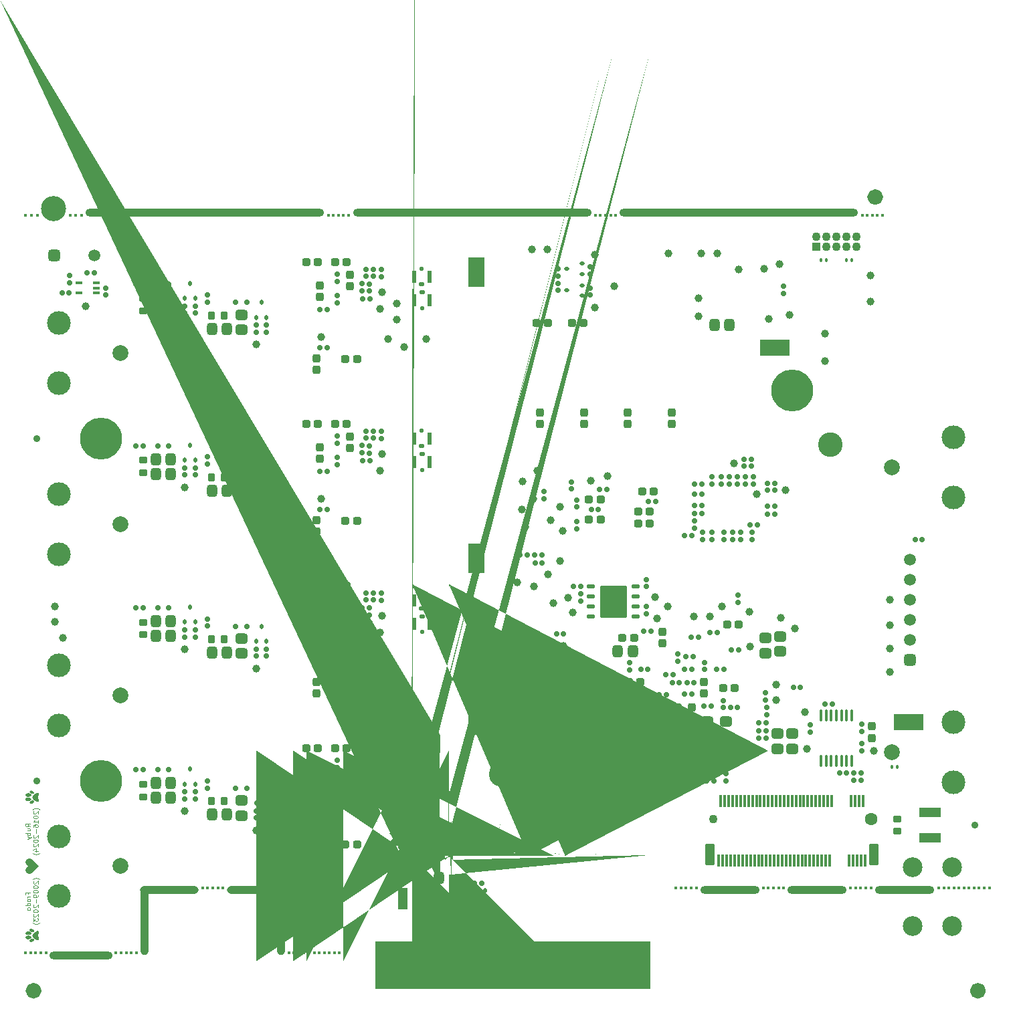
<source format=gbs>
%TF.GenerationSoftware,KiCad,Pcbnew,9.0.3*%
%TF.CreationDate,2026-01-21T13:12:08-05:00*%
%TF.ProjectId,Thunderscope_Rev5.3,5468756e-6465-4727-9363-6f70655f5265,rev?*%
%TF.SameCoordinates,Original*%
%TF.FileFunction,Soldermask,Bot*%
%TF.FilePolarity,Negative*%
%FSLAX45Y45*%
G04 Gerber Fmt 4.5, Leading zero omitted, Abs format (unit mm)*
G04 Created by KiCad (PCBNEW 9.0.3) date 2026-01-21 13:12:08*
%MOMM*%
%LPD*%
G01*
G04 APERTURE LIST*
G04 Aperture macros list*
%AMRoundRect*
0 Rectangle with rounded corners*
0 $1 Rounding radius*
0 $2 $3 $4 $5 $6 $7 $8 $9 X,Y pos of 4 corners*
0 Add a 4 corners polygon primitive as box body*
4,1,4,$2,$3,$4,$5,$6,$7,$8,$9,$2,$3,0*
0 Add four circle primitives for the rounded corners*
1,1,$1+$1,$2,$3*
1,1,$1+$1,$4,$5*
1,1,$1+$1,$6,$7*
1,1,$1+$1,$8,$9*
0 Add four rect primitives between the rounded corners*
20,1,$1+$1,$2,$3,$4,$5,0*
20,1,$1+$1,$4,$5,$6,$7,0*
20,1,$1+$1,$6,$7,$8,$9,0*
20,1,$1+$1,$8,$9,$2,$3,0*%
%AMFreePoly0*
4,1,291,0.281581,0.329743,0.283810,0.329000,0.285000,0.329000,0.286581,0.328743,0.288810,0.328000,0.290000,0.328000,0.291581,0.327743,0.294581,0.326743,0.295236,0.326472,0.296920,0.325630,0.299581,0.324743,0.301536,0.323536,0.302964,0.322108,0.304236,0.321472,0.305536,0.320536,0.306964,0.319108,0.308236,0.318472,0.309536,0.317536,0.317536,0.309536,0.318472,0.308236,
0.319108,0.306964,0.320536,0.305536,0.321472,0.304236,0.322108,0.302964,0.323536,0.301536,0.324743,0.299581,0.325630,0.296920,0.326472,0.295236,0.326743,0.294581,0.327743,0.291581,0.328000,0.290000,0.328000,0.288810,0.328743,0.286581,0.329000,0.285000,0.329000,0.283810,0.329743,0.281581,0.330000,0.280000,0.330000,-0.555000,0.329743,-0.556581,0.329000,-0.558810,
0.329000,-0.560000,0.328743,-0.561581,0.328000,-0.563810,0.328000,-0.565000,0.327743,-0.566581,0.326743,-0.569581,0.326472,-0.570236,0.325630,-0.571920,0.324743,-0.574581,0.323536,-0.576536,0.322108,-0.577964,0.321472,-0.579236,0.320536,-0.580536,0.319108,-0.581964,0.318472,-0.583236,0.317536,-0.584536,0.309536,-0.592536,0.308236,-0.593472,0.306964,-0.594108,0.305536,-0.595536,
0.304236,-0.596472,0.302964,-0.597108,0.301536,-0.598536,0.299581,-0.599743,0.296920,-0.600630,0.295236,-0.601472,0.294581,-0.601743,0.291581,-0.602743,0.290000,-0.603000,0.288810,-0.603000,0.286581,-0.603743,0.285000,-0.604000,0.283810,-0.604000,0.281581,-0.604743,0.280000,-0.605000,0.120000,-0.605000,0.118419,-0.604743,0.116190,-0.604000,0.115000,-0.604000,0.113419,-0.603743,
0.111190,-0.603000,0.110000,-0.603000,0.108419,-0.602743,0.105419,-0.601743,0.104764,-0.601472,0.103080,-0.600630,0.100419,-0.599743,0.098464,-0.598536,0.097036,-0.597108,0.095764,-0.596472,0.094464,-0.595536,0.093036,-0.594108,0.091764,-0.593472,0.090464,-0.592536,0.082464,-0.584536,0.081528,-0.583236,0.080892,-0.581964,0.079464,-0.580536,0.078528,-0.579236,0.077892,-0.577964,
0.076464,-0.576536,0.075257,-0.574581,0.074370,-0.571920,0.073528,-0.570236,0.073257,-0.569581,0.072257,-0.566581,0.072000,-0.565000,0.072000,-0.563810,0.071257,-0.561581,0.071000,-0.560000,0.071000,-0.558810,0.070257,-0.556581,0.070000,-0.555000,0.070000,-0.370496,0.069097,-0.365981,0.069000,-0.365000,0.069000,-0.359496,0.067186,-0.350428,0.061436,-0.336052,0.059528,-0.332236,
0.059358,-0.331857,0.057604,-0.327472,0.055000,-0.324000,0.054713,-0.323572,0.051849,-0.318798,0.049216,-0.315288,0.045464,-0.311536,0.045000,-0.311000,0.042428,-0.307571,0.039000,-0.305000,0.038464,-0.304536,0.034712,-0.300784,0.031201,-0.298151,0.026428,-0.295287,0.026000,-0.295000,0.022528,-0.292396,0.018143,-0.290642,0.017764,-0.290472,0.013948,-0.288564,-0.000428,-0.282813,
-0.009496,-0.281000,-0.015000,-0.281000,-0.015981,-0.280903,-0.020496,-0.280000,-0.180000,-0.280000,-0.180981,-0.279903,-0.185496,-0.279000,-0.191000,-0.279000,-0.191981,-0.278903,-0.201981,-0.276903,-0.202857,-0.276642,-0.217857,-0.270642,-0.218236,-0.270472,-0.222052,-0.268564,-0.226857,-0.266642,-0.228000,-0.266000,-0.231798,-0.263151,-0.236572,-0.260287,-0.237000,-0.260000,-0.241000,-0.257000,
-0.241536,-0.256536,-0.245288,-0.252784,-0.249000,-0.250000,-0.250000,-0.249000,-0.252784,-0.245288,-0.256536,-0.241536,-0.257000,-0.241000,-0.260000,-0.237000,-0.260287,-0.236572,-0.263151,-0.231798,-0.266000,-0.228000,-0.266642,-0.226857,-0.268564,-0.222052,-0.270472,-0.218236,-0.270642,-0.217857,-0.276642,-0.202857,-0.276903,-0.201981,-0.278903,-0.191981,-0.279000,-0.191000,-0.279000,-0.185496,
-0.279903,-0.180981,-0.280000,-0.180000,-0.280000,-0.020496,-0.280903,-0.015981,-0.281000,-0.015000,-0.281000,-0.009496,-0.282813,-0.000428,-0.288564,0.013948,-0.290472,0.017764,-0.290642,0.018143,-0.292396,0.022528,-0.295000,0.026000,-0.295287,0.026428,-0.298151,0.031201,-0.300784,0.034712,-0.304536,0.038464,-0.305000,0.039000,-0.307571,0.042428,-0.311000,0.045000,-0.311536,0.045464,
-0.315288,0.049216,-0.318798,0.051849,-0.323572,0.054713,-0.324000,0.055000,-0.327472,0.057604,-0.331857,0.059358,-0.332236,0.059528,-0.336052,0.061436,-0.350428,0.067186,-0.359496,0.069000,-0.365000,0.069000,-0.365981,0.069097,-0.370496,0.070000,-0.555000,0.070000,-0.556581,0.070257,-0.558810,0.071000,-0.560000,0.071000,-0.561581,0.071257,-0.563810,0.072000,-0.565000,0.072000,
-0.566581,0.072257,-0.569581,0.073257,-0.570236,0.073528,-0.571920,0.074370,-0.574581,0.075257,-0.576536,0.076464,-0.577964,0.077892,-0.579236,0.078528,-0.580536,0.079464,-0.581964,0.080892,-0.583236,0.081528,-0.584536,0.082464,-0.592536,0.090464,-0.593472,0.091764,-0.594108,0.093036,-0.595536,0.094464,-0.596472,0.095764,-0.597108,0.097036,-0.598536,0.098464,-0.599743,0.100419,
-0.600630,0.103080,-0.601472,0.104764,-0.601743,0.105419,-0.602743,0.108419,-0.603000,0.110000,-0.603000,0.111190,-0.603743,0.113419,-0.604000,0.115000,-0.604000,0.116190,-0.604743,0.118419,-0.605000,0.120000,-0.605000,0.280000,-0.604743,0.281581,-0.604000,0.283810,-0.604000,0.285000,-0.603743,0.286581,-0.603000,0.288810,-0.603000,0.290000,-0.602743,0.291581,-0.601743,0.294581,
-0.601472,0.295236,-0.600630,0.296920,-0.599743,0.299581,-0.598536,0.301536,-0.597108,0.302964,-0.596472,0.304236,-0.595536,0.305536,-0.594108,0.306964,-0.593472,0.308236,-0.592536,0.309536,-0.584536,0.317536,-0.583236,0.318472,-0.581964,0.319108,-0.580536,0.320536,-0.579236,0.321472,-0.577964,0.322108,-0.576536,0.323536,-0.574581,0.324743,-0.571920,0.325630,-0.570236,0.326472,
-0.569581,0.326743,-0.566581,0.327743,-0.565000,0.328000,-0.563810,0.328000,-0.561581,0.328743,-0.560000,0.329000,-0.558810,0.329000,-0.556581,0.329743,-0.555000,0.330000,0.280000,0.330000,0.281581,0.329743,0.281581,0.329743,$1*%
%AMFreePoly1*
4,1,53,0.509850,0.374520,0.528051,0.366981,0.541981,0.353051,0.549520,0.334850,0.550000,0.325000,0.550000,0.175000,0.549520,0.165150,0.541981,0.146949,0.528051,0.133019,0.509850,0.125480,0.500000,0.125000,0.325000,0.125000,0.311891,0.124572,0.286567,0.117787,0.263861,0.104678,0.245322,0.086139,0.232213,0.063433,0.225428,0.038109,0.225000,0.025000,0.225000,-0.025000,
0.225428,-0.038109,0.232213,-0.063433,0.245322,-0.086139,0.263861,-0.104678,0.286567,-0.117787,0.311891,-0.124572,0.325000,-0.125000,0.500000,-0.125000,0.509850,-0.125480,0.528051,-0.133019,0.541981,-0.146949,0.549520,-0.165150,0.550000,-0.175000,0.550000,-0.325000,0.549520,-0.334850,0.541981,-0.353051,0.528051,-0.366981,0.509850,-0.374520,0.500000,-0.375000,-0.100000,-0.375000,
-0.109850,-0.374520,-0.128051,-0.366981,-0.141981,-0.353051,-0.149520,-0.334850,-0.150000,-0.325000,-0.150000,0.325000,-0.149520,0.334850,-0.141981,0.353051,-0.128051,0.366981,-0.109850,0.374520,-0.100000,0.375000,0.500000,0.375000,0.509850,0.374520,0.509850,0.374520,$1*%
%AMFreePoly2*
4,1,291,0.281581,0.604743,0.283810,0.604000,0.285000,0.604000,0.286581,0.603743,0.288810,0.603000,0.290000,0.603000,0.291581,0.602743,0.294581,0.601743,0.295236,0.601472,0.296920,0.600630,0.299581,0.599743,0.301536,0.598536,0.302964,0.597108,0.304236,0.596472,0.305536,0.595536,0.306964,0.594108,0.308236,0.593472,0.309536,0.592536,0.317536,0.584536,0.318472,0.583236,
0.319108,0.581964,0.320536,0.580536,0.321472,0.579236,0.322108,0.577964,0.323536,0.576536,0.324743,0.574581,0.325630,0.571920,0.326472,0.570236,0.326743,0.569581,0.327743,0.566581,0.328000,0.565000,0.328000,0.563810,0.328743,0.561581,0.329000,0.560000,0.329000,0.558810,0.329743,0.556581,0.330000,0.555000,0.330000,-0.280000,0.329743,-0.281581,0.329000,-0.283810,
0.329000,-0.285000,0.328743,-0.286581,0.328000,-0.288810,0.328000,-0.290000,0.327743,-0.291581,0.326743,-0.294581,0.326472,-0.295236,0.325630,-0.296920,0.324743,-0.299581,0.323536,-0.301536,0.322108,-0.302964,0.321472,-0.304236,0.320536,-0.305536,0.319108,-0.306964,0.318472,-0.308236,0.317536,-0.309536,0.309536,-0.317536,0.308236,-0.318472,0.306964,-0.319108,0.305536,-0.320536,
0.304236,-0.321472,0.302964,-0.322108,0.301536,-0.323536,0.299581,-0.324743,0.296920,-0.325630,0.295236,-0.326472,0.294581,-0.326743,0.291581,-0.327743,0.290000,-0.328000,0.288810,-0.328000,0.286581,-0.328743,0.285000,-0.329000,0.283810,-0.329000,0.281581,-0.329743,0.280000,-0.330000,-0.555000,-0.330000,-0.556581,-0.329743,-0.558810,-0.329000,-0.560000,-0.329000,-0.561581,-0.328743,
-0.563810,-0.328000,-0.565000,-0.328000,-0.566581,-0.327743,-0.569581,-0.326743,-0.570236,-0.326472,-0.571920,-0.325630,-0.574581,-0.324743,-0.576536,-0.323536,-0.577964,-0.322108,-0.579236,-0.321472,-0.580536,-0.320536,-0.581964,-0.319108,-0.583236,-0.318472,-0.584536,-0.317536,-0.592536,-0.309536,-0.593472,-0.308236,-0.594108,-0.306964,-0.595536,-0.305536,-0.596472,-0.304236,-0.597108,-0.302964,
-0.598536,-0.301536,-0.599743,-0.299581,-0.600630,-0.296920,-0.601472,-0.295236,-0.601743,-0.294581,-0.602743,-0.291581,-0.603000,-0.290000,-0.603000,-0.288810,-0.603743,-0.286581,-0.604000,-0.285000,-0.604000,-0.283810,-0.604743,-0.281581,-0.605000,-0.280000,-0.605000,-0.120000,-0.604743,-0.118419,-0.604000,-0.116190,-0.604000,-0.115000,-0.603743,-0.113419,-0.603000,-0.111190,-0.603000,-0.110000,
-0.602743,-0.108419,-0.601743,-0.105419,-0.601472,-0.104764,-0.600630,-0.103080,-0.599743,-0.100419,-0.598536,-0.098464,-0.597108,-0.097036,-0.596472,-0.095764,-0.595536,-0.094464,-0.594108,-0.093036,-0.593472,-0.091764,-0.592536,-0.090464,-0.584536,-0.082464,-0.583236,-0.081528,-0.581964,-0.080892,-0.580536,-0.079464,-0.579236,-0.078528,-0.577964,-0.077892,-0.576536,-0.076464,-0.574581,-0.075257,
-0.571920,-0.074370,-0.570236,-0.073528,-0.569581,-0.073257,-0.566581,-0.072257,-0.565000,-0.072000,-0.563810,-0.072000,-0.561581,-0.071257,-0.560000,-0.071000,-0.558810,-0.071000,-0.556581,-0.070257,-0.555000,-0.070000,-0.370496,-0.070000,-0.365981,-0.069097,-0.365000,-0.069000,-0.359496,-0.069000,-0.350428,-0.067186,-0.336052,-0.061436,-0.332236,-0.059528,-0.331857,-0.059358,-0.327472,-0.057604,
-0.324000,-0.055000,-0.323572,-0.054713,-0.318798,-0.051849,-0.315288,-0.049216,-0.311536,-0.045464,-0.311000,-0.045000,-0.307571,-0.042428,-0.305000,-0.039000,-0.304536,-0.038464,-0.300784,-0.034712,-0.298151,-0.031201,-0.295287,-0.026428,-0.295000,-0.026000,-0.292396,-0.022528,-0.290642,-0.018143,-0.290472,-0.017764,-0.288564,-0.013948,-0.282813,0.000428,-0.281000,0.009496,-0.281000,0.015000,
-0.280903,0.015981,-0.280000,0.020496,-0.280000,0.180000,-0.279903,0.180981,-0.279000,0.185496,-0.279000,0.191000,-0.278903,0.191981,-0.276903,0.201981,-0.276642,0.202857,-0.270642,0.217857,-0.270472,0.218236,-0.268564,0.222052,-0.266642,0.226857,-0.266000,0.228000,-0.263151,0.231798,-0.260287,0.236572,-0.260000,0.237000,-0.257000,0.241000,-0.256536,0.241536,-0.252784,0.245288,
-0.250000,0.249000,-0.249000,0.250000,-0.245288,0.252784,-0.241536,0.256536,-0.241000,0.257000,-0.237000,0.260000,-0.236572,0.260287,-0.231798,0.263151,-0.228000,0.266000,-0.226857,0.266642,-0.222052,0.268564,-0.218236,0.270472,-0.217857,0.270642,-0.202857,0.276642,-0.201981,0.276903,-0.191981,0.278903,-0.191000,0.279000,-0.185496,0.279000,-0.180981,0.279903,-0.180000,0.280000,
-0.020496,0.280000,-0.015981,0.280903,-0.015000,0.281000,-0.009496,0.281000,-0.000428,0.282813,0.013948,0.288564,0.017764,0.290472,0.018143,0.290642,0.022528,0.292396,0.026000,0.295000,0.026428,0.295287,0.031201,0.298151,0.034712,0.300784,0.038464,0.304536,0.039000,0.305000,0.042428,0.307571,0.045000,0.311000,0.045464,0.311536,0.049216,0.315288,0.051849,0.318798,
0.054713,0.323572,0.055000,0.324000,0.057604,0.327472,0.059358,0.331857,0.059528,0.332236,0.061436,0.336052,0.067186,0.350428,0.069000,0.359496,0.069000,0.365000,0.069097,0.365981,0.070000,0.370496,0.070000,0.555000,0.070257,0.556581,0.071000,0.558810,0.071000,0.560000,0.071257,0.561581,0.072000,0.563810,0.072000,0.565000,0.072257,0.566581,0.073257,0.569581,
0.073528,0.570236,0.074370,0.571920,0.075257,0.574581,0.076464,0.576536,0.077892,0.577964,0.078528,0.579236,0.079464,0.580536,0.080892,0.581964,0.081528,0.583236,0.082464,0.584536,0.090464,0.592536,0.091764,0.593472,0.093036,0.594108,0.094464,0.595536,0.095764,0.596472,0.097036,0.597108,0.098464,0.598536,0.100419,0.599743,0.103080,0.600630,0.104764,0.601472,
0.105419,0.601743,0.108419,0.602743,0.110000,0.603000,0.111190,0.603000,0.113419,0.603743,0.115000,0.604000,0.116190,0.604000,0.118419,0.604743,0.120000,0.605000,0.280000,0.605000,0.281581,0.604743,0.281581,0.604743,$1*%
%AMFreePoly3*
4,1,291,-0.118419,0.604743,-0.116190,0.604000,-0.115000,0.604000,-0.113419,0.603743,-0.111190,0.603000,-0.110000,0.603000,-0.108419,0.602743,-0.105419,0.601743,-0.104764,0.601472,-0.103080,0.600630,-0.100419,0.599743,-0.098464,0.598536,-0.097036,0.597108,-0.095764,0.596472,-0.094464,0.595536,-0.093036,0.594108,-0.091764,0.593472,-0.090464,0.592536,-0.082464,0.584536,-0.081528,0.583236,
-0.080892,0.581964,-0.079464,0.580536,-0.078528,0.579236,-0.077892,0.577964,-0.076464,0.576536,-0.075257,0.574581,-0.074370,0.571920,-0.073528,0.570236,-0.073257,0.569581,-0.072257,0.566581,-0.072000,0.565000,-0.072000,0.563810,-0.071257,0.561581,-0.071000,0.560000,-0.071000,0.558810,-0.070257,0.556581,-0.070000,0.555000,-0.070000,0.370496,-0.069097,0.365981,-0.069000,0.365000,
-0.069000,0.359496,-0.067186,0.350428,-0.061436,0.336052,-0.059528,0.332236,-0.059358,0.331857,-0.057604,0.327472,-0.055000,0.324000,-0.054713,0.323572,-0.051849,0.318798,-0.049216,0.315288,-0.045464,0.311536,-0.045000,0.311000,-0.042428,0.307571,-0.039000,0.305000,-0.038464,0.304536,-0.034712,0.300784,-0.031201,0.298151,-0.026428,0.295287,-0.026000,0.295000,-0.022528,0.292396,
-0.018143,0.290642,-0.017764,0.290472,-0.013948,0.288564,0.000428,0.282813,0.009496,0.281000,0.015000,0.281000,0.015981,0.280903,0.020496,0.280000,0.180000,0.280000,0.180981,0.279903,0.185496,0.279000,0.191000,0.279000,0.191981,0.278903,0.201981,0.276903,0.202857,0.276642,0.217857,0.270642,0.218236,0.270472,0.222052,0.268564,0.226857,0.266642,0.228000,0.266000,
0.231798,0.263151,0.236572,0.260287,0.237000,0.260000,0.241000,0.257000,0.241536,0.256536,0.245288,0.252784,0.249000,0.250000,0.250000,0.249000,0.252784,0.245288,0.256536,0.241536,0.257000,0.241000,0.260000,0.237000,0.260287,0.236572,0.263151,0.231798,0.266000,0.228000,0.266642,0.226857,0.268564,0.222052,0.270472,0.218236,0.270642,0.217857,0.276642,0.202857,
0.276903,0.201981,0.278903,0.191981,0.279000,0.191000,0.279000,0.185496,0.279903,0.180981,0.280000,0.180000,0.280000,0.020496,0.280903,0.015981,0.281000,0.015000,0.281000,0.009496,0.282813,0.000427,0.288564,-0.013948,0.290472,-0.017764,0.290642,-0.018143,0.292396,-0.022528,0.295000,-0.026000,0.295287,-0.026428,0.298151,-0.031201,0.300784,-0.034712,0.304536,-0.038464,
0.305000,-0.039000,0.307571,-0.042428,0.311000,-0.045000,0.311536,-0.045464,0.315288,-0.049216,0.318798,-0.051849,0.323572,-0.054713,0.324000,-0.055000,0.327472,-0.057604,0.331857,-0.059358,0.332236,-0.059528,0.336052,-0.061436,0.350428,-0.067186,0.359496,-0.069000,0.365000,-0.069000,0.365981,-0.069097,0.370496,-0.070000,0.555000,-0.070000,0.556581,-0.070257,0.558810,-0.071000,
0.560000,-0.071000,0.561581,-0.071257,0.563810,-0.072000,0.565000,-0.072000,0.566581,-0.072257,0.569581,-0.073257,0.570236,-0.073528,0.571920,-0.074370,0.574581,-0.075257,0.576536,-0.076464,0.577964,-0.077892,0.579236,-0.078528,0.580536,-0.079464,0.581964,-0.080892,0.583236,-0.081528,0.584536,-0.082464,0.592536,-0.090464,0.593472,-0.091764,0.594108,-0.093036,0.595536,-0.094464,
0.596472,-0.095764,0.597108,-0.097036,0.598536,-0.098464,0.599743,-0.100419,0.600630,-0.103080,0.601472,-0.104764,0.601743,-0.105419,0.602743,-0.108419,0.603000,-0.110000,0.603000,-0.111190,0.603743,-0.113419,0.604000,-0.115000,0.604000,-0.116190,0.604743,-0.118419,0.605000,-0.120000,0.605000,-0.280000,0.604743,-0.281581,0.604000,-0.283810,0.604000,-0.285000,0.603743,-0.286581,
0.603000,-0.288810,0.603000,-0.290000,0.602743,-0.291581,0.601743,-0.294581,0.601472,-0.295236,0.600630,-0.296920,0.599743,-0.299581,0.598536,-0.301536,0.597108,-0.302964,0.596472,-0.304236,0.595536,-0.305536,0.594108,-0.306964,0.593472,-0.308236,0.592536,-0.309536,0.584536,-0.317536,0.583236,-0.318472,0.581964,-0.319108,0.580536,-0.320536,0.579236,-0.321472,0.577964,-0.322108,
0.576536,-0.323536,0.574581,-0.324743,0.571920,-0.325630,0.570236,-0.326472,0.569581,-0.326743,0.566581,-0.327743,0.565000,-0.328000,0.563810,-0.328000,0.561581,-0.328743,0.560000,-0.329000,0.558810,-0.329000,0.556581,-0.329743,0.555000,-0.330000,-0.280000,-0.330000,-0.281581,-0.329743,-0.283810,-0.329000,-0.285000,-0.329000,-0.286581,-0.328743,-0.288810,-0.328000,-0.290000,-0.328000,
-0.291581,-0.327743,-0.294581,-0.326743,-0.295236,-0.326472,-0.296920,-0.325630,-0.299581,-0.324743,-0.301536,-0.323536,-0.302964,-0.322108,-0.304236,-0.321472,-0.305536,-0.320536,-0.306964,-0.319108,-0.308236,-0.318472,-0.309536,-0.317536,-0.317536,-0.309536,-0.318472,-0.308236,-0.319108,-0.306964,-0.320536,-0.305536,-0.321472,-0.304236,-0.322108,-0.302964,-0.323536,-0.301536,-0.324743,-0.299581,
-0.325630,-0.296920,-0.326472,-0.295236,-0.326743,-0.294581,-0.327743,-0.291581,-0.328000,-0.290000,-0.328000,-0.288810,-0.328743,-0.286581,-0.329000,-0.285000,-0.329000,-0.283810,-0.329743,-0.281581,-0.330000,-0.280000,-0.330000,0.555000,-0.329743,0.556581,-0.329000,0.558810,-0.329000,0.560000,-0.328743,0.561581,-0.328000,0.563810,-0.328000,0.565000,-0.327743,0.566581,-0.326743,0.569581,
-0.326472,0.570236,-0.325630,0.571920,-0.324743,0.574581,-0.323536,0.576536,-0.322108,0.577964,-0.321472,0.579236,-0.320536,0.580536,-0.319108,0.581964,-0.318472,0.583236,-0.317536,0.584536,-0.309536,0.592536,-0.308236,0.593472,-0.306964,0.594108,-0.305536,0.595536,-0.304236,0.596472,-0.302964,0.597108,-0.301536,0.598536,-0.299581,0.599743,-0.296920,0.600630,-0.295236,0.601472,
-0.294581,0.601743,-0.291581,0.602743,-0.290000,0.603000,-0.288810,0.603000,-0.286581,0.603743,-0.285000,0.604000,-0.283810,0.604000,-0.281581,0.604743,-0.280000,0.605000,-0.120000,0.605000,-0.118419,0.604743,-0.118419,0.604743,$1*%
%AMFreePoly4*
4,1,291,0.556581,0.329743,0.558810,0.329000,0.560000,0.329000,0.561581,0.328743,0.563810,0.328000,0.565000,0.328000,0.566581,0.327743,0.569581,0.326743,0.570236,0.326472,0.571920,0.325630,0.574581,0.324743,0.576536,0.323536,0.577964,0.322108,0.579236,0.321472,0.580536,0.320536,0.581964,0.319108,0.583236,0.318472,0.584536,0.317536,0.592536,0.309536,0.593472,0.308236,
0.594108,0.306964,0.595536,0.305536,0.596472,0.304236,0.597108,0.302964,0.598536,0.301536,0.599743,0.299581,0.600630,0.296920,0.601472,0.295236,0.601743,0.294581,0.602743,0.291581,0.603000,0.290000,0.603000,0.288810,0.603743,0.286581,0.604000,0.285000,0.604000,0.283810,0.604743,0.281581,0.605000,0.280000,0.605000,0.120000,0.604743,0.118419,0.604000,0.116190,
0.604000,0.115000,0.603743,0.113419,0.603000,0.111190,0.603000,0.110000,0.602743,0.108419,0.601743,0.105419,0.601472,0.104764,0.600630,0.103080,0.599743,0.100419,0.598536,0.098464,0.597108,0.097036,0.596472,0.095764,0.595536,0.094464,0.594108,0.093036,0.593472,0.091764,0.592536,0.090464,0.584536,0.082464,0.583236,0.081528,0.581964,0.080892,0.580536,0.079464,
0.579236,0.078528,0.577964,0.077892,0.576536,0.076464,0.574581,0.075257,0.571920,0.074370,0.570236,0.073528,0.569581,0.073257,0.566581,0.072257,0.565000,0.072000,0.563810,0.072000,0.561581,0.071257,0.560000,0.071000,0.558810,0.071000,0.556581,0.070257,0.555000,0.070000,0.370496,0.070000,0.365981,0.069097,0.365000,0.069000,0.359496,0.069000,0.350428,0.067186,
0.336052,0.061436,0.332236,0.059528,0.331857,0.059358,0.327472,0.057604,0.324000,0.055000,0.323572,0.054713,0.318798,0.051849,0.315288,0.049216,0.311536,0.045464,0.311000,0.045000,0.307571,0.042428,0.305000,0.039000,0.304536,0.038464,0.300784,0.034712,0.298151,0.031201,0.295287,0.026428,0.295000,0.026000,0.292396,0.022528,0.290642,0.018143,0.290472,0.017764,
0.288564,0.013948,0.282813,-0.000428,0.281000,-0.009496,0.281000,-0.015000,0.280903,-0.015981,0.280000,-0.020496,0.280000,-0.180000,0.279903,-0.180981,0.279000,-0.185496,0.279000,-0.191000,0.278903,-0.191981,0.276903,-0.201981,0.276642,-0.202857,0.270642,-0.217857,0.270472,-0.218236,0.268564,-0.222052,0.266642,-0.226857,0.266000,-0.228000,0.263151,-0.231798,0.260287,-0.236572,
0.260000,-0.237000,0.257000,-0.241000,0.256536,-0.241536,0.252784,-0.245288,0.250000,-0.249000,0.249000,-0.250000,0.245288,-0.252784,0.241536,-0.256536,0.241000,-0.257000,0.237000,-0.260000,0.236572,-0.260287,0.231798,-0.263151,0.228000,-0.266000,0.226857,-0.266642,0.222052,-0.268564,0.218236,-0.270472,0.217857,-0.270642,0.202857,-0.276642,0.201981,-0.276903,0.191981,-0.278903,
0.191000,-0.279000,0.185496,-0.279000,0.180981,-0.279903,0.180000,-0.280000,0.020496,-0.280000,0.015981,-0.280903,0.015000,-0.281000,0.009496,-0.281000,0.000427,-0.282813,-0.013948,-0.288564,-0.017764,-0.290472,-0.018143,-0.290642,-0.022528,-0.292396,-0.026000,-0.295000,-0.026428,-0.295287,-0.031201,-0.298151,-0.034712,-0.300784,-0.038464,-0.304536,-0.039000,-0.305000,-0.042428,-0.307571,
-0.045000,-0.311000,-0.045464,-0.311536,-0.049216,-0.315288,-0.051849,-0.318798,-0.054713,-0.323572,-0.055000,-0.324000,-0.057604,-0.327472,-0.059358,-0.331857,-0.059528,-0.332236,-0.061436,-0.336052,-0.067186,-0.350428,-0.069000,-0.359496,-0.069000,-0.365000,-0.069097,-0.365981,-0.070000,-0.370496,-0.070000,-0.555000,-0.070257,-0.556581,-0.071000,-0.558810,-0.071000,-0.560000,-0.071257,-0.561581,
-0.072000,-0.563810,-0.072000,-0.565000,-0.072257,-0.566581,-0.073257,-0.569581,-0.073528,-0.570236,-0.074370,-0.571920,-0.075257,-0.574581,-0.076464,-0.576536,-0.077892,-0.577964,-0.078528,-0.579236,-0.079464,-0.580536,-0.080892,-0.581964,-0.081528,-0.583236,-0.082464,-0.584536,-0.090464,-0.592536,-0.091764,-0.593472,-0.093036,-0.594108,-0.094464,-0.595536,-0.095764,-0.596472,-0.097036,-0.597108,
-0.098464,-0.598536,-0.100419,-0.599743,-0.103080,-0.600630,-0.104764,-0.601472,-0.105419,-0.601743,-0.108419,-0.602743,-0.110000,-0.603000,-0.111190,-0.603000,-0.113419,-0.603743,-0.115000,-0.604000,-0.116190,-0.604000,-0.118419,-0.604743,-0.120000,-0.605000,-0.280000,-0.605000,-0.281581,-0.604743,-0.283810,-0.604000,-0.285000,-0.604000,-0.286581,-0.603743,-0.288810,-0.603000,-0.290000,-0.603000,
-0.291581,-0.602743,-0.294581,-0.601743,-0.295236,-0.601472,-0.296920,-0.600630,-0.299581,-0.599743,-0.301536,-0.598536,-0.302964,-0.597108,-0.304236,-0.596472,-0.305536,-0.595536,-0.306964,-0.594108,-0.308236,-0.593472,-0.309536,-0.592536,-0.317536,-0.584536,-0.318472,-0.583236,-0.319108,-0.581964,-0.320536,-0.580536,-0.321472,-0.579236,-0.322108,-0.577964,-0.323536,-0.576536,-0.324743,-0.574581,
-0.325630,-0.571920,-0.326472,-0.570236,-0.326743,-0.569581,-0.327743,-0.566581,-0.328000,-0.565000,-0.328000,-0.563810,-0.328743,-0.561581,-0.329000,-0.560000,-0.329000,-0.558810,-0.329743,-0.556581,-0.330000,-0.555000,-0.330000,0.280000,-0.329743,0.281581,-0.329000,0.283810,-0.329000,0.285000,-0.328743,0.286581,-0.328000,0.288810,-0.328000,0.290000,-0.327743,0.291581,-0.326743,0.294581,
-0.326472,0.295236,-0.325630,0.296920,-0.324743,0.299581,-0.323536,0.301536,-0.322108,0.302964,-0.321472,0.304236,-0.320536,0.305536,-0.319108,0.306964,-0.318472,0.308236,-0.317536,0.309536,-0.309536,0.317536,-0.308236,0.318472,-0.306964,0.319108,-0.305536,0.320536,-0.304236,0.321472,-0.302964,0.322108,-0.301536,0.323536,-0.299581,0.324743,-0.296920,0.325630,-0.295236,0.326472,
-0.294581,0.326743,-0.291581,0.327743,-0.290000,0.328000,-0.288810,0.328000,-0.286581,0.328743,-0.285000,0.329000,-0.283810,0.329000,-0.281581,0.329743,-0.280000,0.330000,0.555000,0.330000,0.556581,0.329743,0.556581,0.329743,$1*%
G04 Aperture macros list end*
%ADD10C,0.120000*%
%ADD11C,1.000000*%
%ADD12C,0.000000*%
%ADD13C,0.380000*%
%ADD14C,2.000000*%
%ADD15C,3.000000*%
%ADD16C,0.900000*%
%ADD17O,30.200000X1.000000*%
%ADD18O,7.500000X1.000000*%
%ADD19R,1.090000X1.090000*%
%ADD20C,1.090000*%
%ADD21C,3.100000*%
%ADD22O,7.400000X1.000000*%
%ADD23C,2.500000*%
%ADD24O,1.000000X8.750000*%
%ADD25O,8.000000X1.000000*%
%ADD26R,0.700000X3.200000*%
%ADD27R,0.700000X4.200000*%
%ADD28C,3.180000*%
%ADD29RoundRect,0.375000X-0.375000X-0.375000X0.375000X-0.375000X0.375000X0.375000X-0.375000X0.375000X0*%
%ADD30C,1.500000*%
%ADD31RoundRect,0.160000X0.160000X0.160000X-0.160000X0.160000X-0.160000X-0.160000X0.160000X-0.160000X0*%
%ADD32C,1.000000*%
%ADD33RoundRect,0.150000X-0.150000X-0.200000X0.150000X-0.200000X0.150000X0.200000X-0.150000X0.200000X0*%
%ADD34RoundRect,0.325000X0.325000X-0.425000X0.325000X0.425000X-0.325000X0.425000X-0.325000X-0.425000X0*%
%ADD35RoundRect,0.225000X0.225000X-0.275000X0.225000X0.275000X-0.225000X0.275000X-0.225000X-0.275000X0*%
%ADD36RoundRect,0.160000X0.160000X-0.160000X0.160000X0.160000X-0.160000X0.160000X-0.160000X-0.160000X0*%
%ADD37RoundRect,0.237500X0.287500X-0.237500X0.287500X0.237500X-0.287500X0.237500X-0.287500X-0.237500X0*%
%ADD38RoundRect,0.075000X0.075000X-0.175000X0.075000X0.175000X-0.075000X0.175000X-0.075000X-0.175000X0*%
%ADD39RoundRect,0.150000X0.150000X0.150000X-0.150000X0.150000X-0.150000X-0.150000X0.150000X-0.150000X0*%
%ADD40RoundRect,0.237500X-0.287500X0.237500X-0.287500X-0.237500X0.287500X-0.237500X0.287500X0.237500X0*%
%ADD41RoundRect,0.237500X0.237500X0.287500X-0.237500X0.287500X-0.237500X-0.287500X0.237500X-0.287500X0*%
%ADD42C,5.300000*%
%ADD43RoundRect,0.325000X-0.325000X0.425000X-0.325000X-0.425000X0.325000X-0.425000X0.325000X0.425000X0*%
%ADD44RoundRect,0.225000X-0.275000X-0.225000X0.275000X-0.225000X0.275000X0.225000X-0.275000X0.225000X0*%
%ADD45RoundRect,0.150000X-0.150000X-0.150000X0.150000X-0.150000X0.150000X0.150000X-0.150000X0.150000X0*%
%ADD46RoundRect,0.160000X-0.160000X0.160000X-0.160000X-0.160000X0.160000X-0.160000X0.160000X0.160000X0*%
%ADD47RoundRect,0.160000X-0.160000X-0.160000X0.160000X-0.160000X0.160000X0.160000X-0.160000X0.160000X0*%
%ADD48RoundRect,0.237500X-0.237500X-0.287500X0.237500X-0.287500X0.237500X0.287500X-0.237500X0.287500X0*%
%ADD49RoundRect,0.101500X0.913500X-1.798500X0.913500X1.798500X-0.913500X1.798500X-0.913500X-1.798500X0*%
%ADD50RoundRect,0.325000X0.425000X0.325000X-0.425000X0.325000X-0.425000X-0.325000X0.425000X-0.325000X0*%
%ADD51RoundRect,0.150000X0.150000X-0.150000X0.150000X0.150000X-0.150000X0.150000X-0.150000X-0.150000X0*%
%ADD52RoundRect,0.325000X-0.425000X-0.325000X0.425000X-0.325000X0.425000X0.325000X-0.425000X0.325000X0*%
%ADD53RoundRect,0.060000X-0.540000X1.315000X-0.540000X-1.315000X0.540000X-1.315000X0.540000X1.315000X0*%
%ADD54RoundRect,0.150000X-0.150000X0.150000X-0.150000X-0.150000X0.150000X-0.150000X0.150000X0.150000X0*%
%ADD55RoundRect,0.117500X-0.182500X0.117500X-0.182500X-0.117500X0.182500X-0.117500X0.182500X0.117500X0*%
%ADD56RoundRect,0.137500X-0.162500X-0.137500X0.162500X-0.137500X0.162500X0.137500X-0.162500X0.137500X0*%
%ADD57RoundRect,0.145000X0.145000X0.645000X-0.145000X0.645000X-0.145000X-0.645000X0.145000X-0.645000X0*%
%ADD58RoundRect,0.125000X-0.125000X-0.125000X0.125000X-0.125000X0.125000X0.125000X-0.125000X0.125000X0*%
%ADD59RoundRect,0.145000X-0.145000X-0.645000X0.145000X-0.645000X0.145000X0.645000X-0.145000X0.645000X0*%
%ADD60RoundRect,0.117500X0.117500X0.182500X-0.117500X0.182500X-0.117500X-0.182500X0.117500X-0.182500X0*%
%ADD61RoundRect,0.075000X-0.075000X0.175000X-0.075000X-0.175000X0.075000X-0.175000X0.075000X0.175000X0*%
%ADD62RoundRect,0.375000X0.375000X-0.375000X0.375000X0.375000X-0.375000X0.375000X-0.375000X-0.375000X0*%
%ADD63RoundRect,0.100000X0.100000X-0.637500X0.100000X0.637500X-0.100000X0.637500X-0.100000X-0.637500X0*%
%ADD64RoundRect,0.117500X-0.117500X-0.182500X0.117500X-0.182500X0.117500X0.182500X-0.117500X0.182500X0*%
%ADD65RoundRect,0.060000X-1.315000X-0.540000X1.315000X-0.540000X1.315000X0.540000X-1.315000X0.540000X0*%
%ADD66RoundRect,0.101500X-1.798500X-0.913500X1.798500X-0.913500X1.798500X0.913500X-1.798500X0.913500X0*%
%ADD67RoundRect,0.137500X0.162500X0.137500X-0.162500X0.137500X-0.162500X-0.137500X0.162500X-0.137500X0*%
%ADD68RoundRect,0.125000X0.125000X0.125000X-0.125000X0.125000X-0.125000X-0.125000X0.125000X-0.125000X0*%
%ADD69RoundRect,0.060000X0.540000X-1.315000X0.540000X1.315000X-0.540000X1.315000X-0.540000X-1.315000X0*%
%ADD70RoundRect,0.112500X0.412500X-0.112500X0.412500X0.112500X-0.412500X0.112500X-0.412500X-0.112500X0*%
%ADD71RoundRect,0.085000X1.615000X-1.915000X1.615000X1.915000X-1.615000X1.915000X-1.615000X-1.915000X0*%
%ADD72RoundRect,0.100000X0.325000X-0.100000X0.325000X0.100000X-0.325000X0.100000X-0.325000X-0.100000X0*%
%ADD73C,1.092200*%
%ADD74C,1.600200*%
%ADD75RoundRect,0.076200X-0.076200X-0.698500X0.076200X-0.698500X0.076200X0.698500X-0.076200X0.698500X0*%
%ADD76RoundRect,0.119380X-0.477520X-1.252220X0.477520X-1.252220X0.477520X1.252220X-0.477520X1.252220X0*%
%ADD77FreePoly0,270.000000*%
%ADD78FreePoly1,90.000000*%
%ADD79RoundRect,0.050000X-0.075000X0.300000X-0.075000X-0.300000X0.075000X-0.300000X0.075000X0.300000X0*%
%ADD80FreePoly2,270.000000*%
%ADD81RoundRect,0.050000X0.300000X0.075000X-0.300000X0.075000X-0.300000X-0.075000X0.300000X-0.075000X0*%
%ADD82RoundRect,0.050000X-0.300000X-0.075000X0.300000X-0.075000X0.300000X0.075000X-0.300000X0.075000X0*%
%ADD83FreePoly3,270.000000*%
%ADD84FreePoly1,270.000000*%
%ADD85FreePoly4,270.000000*%
%ADD86RoundRect,0.050000X-0.525000X0.525000X-0.525000X-0.525000X0.525000X-0.525000X0.525000X0.525000X0*%
%ADD87RoundRect,0.050000X-0.775000X0.525000X-0.775000X-0.525000X0.775000X-0.525000X0.775000X0.525000X0*%
G04 APERTURE END LIST*
G36*
X3440000Y1470000D02*
G01*
X4040000Y1470000D01*
X4040000Y1330000D01*
X3440000Y1330000D01*
X3440000Y1470000D01*
G37*
D10*
X77406Y1376429D02*
X77406Y1396429D01*
X108835Y1396429D02*
X48835Y1396429D01*
X48835Y1396429D02*
X48835Y1367857D01*
X108835Y1345000D02*
X68835Y1345000D01*
X80263Y1345000D02*
X74549Y1342143D01*
X74549Y1342143D02*
X71692Y1339286D01*
X71692Y1339286D02*
X68835Y1333572D01*
X68835Y1333572D02*
X68835Y1327857D01*
X108835Y1299286D02*
X105978Y1305000D01*
X105978Y1305000D02*
X103120Y1307857D01*
X103120Y1307857D02*
X97406Y1310714D01*
X97406Y1310714D02*
X80263Y1310714D01*
X80263Y1310714D02*
X74549Y1307857D01*
X74549Y1307857D02*
X71692Y1305000D01*
X71692Y1305000D02*
X68835Y1299286D01*
X68835Y1299286D02*
X68835Y1290714D01*
X68835Y1290714D02*
X71692Y1285000D01*
X71692Y1285000D02*
X74549Y1282143D01*
X74549Y1282143D02*
X80263Y1279286D01*
X80263Y1279286D02*
X97406Y1279286D01*
X97406Y1279286D02*
X103120Y1282143D01*
X103120Y1282143D02*
X105978Y1285000D01*
X105978Y1285000D02*
X108835Y1290714D01*
X108835Y1290714D02*
X108835Y1299286D01*
X108835Y1227857D02*
X48835Y1227857D01*
X105978Y1227857D02*
X108835Y1233571D01*
X108835Y1233571D02*
X108835Y1245000D01*
X108835Y1245000D02*
X105978Y1250714D01*
X105978Y1250714D02*
X103120Y1253571D01*
X103120Y1253571D02*
X97406Y1256429D01*
X97406Y1256429D02*
X80263Y1256429D01*
X80263Y1256429D02*
X74549Y1253571D01*
X74549Y1253571D02*
X71692Y1250714D01*
X71692Y1250714D02*
X68835Y1245000D01*
X68835Y1245000D02*
X68835Y1233571D01*
X68835Y1233571D02*
X71692Y1227857D01*
X108835Y1190714D02*
X105978Y1196429D01*
X105978Y1196429D02*
X103120Y1199286D01*
X103120Y1199286D02*
X97406Y1202143D01*
X97406Y1202143D02*
X80263Y1202143D01*
X80263Y1202143D02*
X74549Y1199286D01*
X74549Y1199286D02*
X71692Y1196429D01*
X71692Y1196429D02*
X68835Y1190714D01*
X68835Y1190714D02*
X68835Y1182143D01*
X68835Y1182143D02*
X71692Y1176429D01*
X71692Y1176429D02*
X74549Y1173571D01*
X74549Y1173571D02*
X80263Y1170714D01*
X80263Y1170714D02*
X97406Y1170714D01*
X97406Y1170714D02*
X103120Y1173571D01*
X103120Y1173571D02*
X105978Y1176429D01*
X105978Y1176429D02*
X108835Y1182143D01*
X108835Y1182143D02*
X108835Y1190714D01*
X228288Y1559286D02*
X225431Y1562143D01*
X225431Y1562143D02*
X216860Y1567857D01*
X216860Y1567857D02*
X211146Y1570714D01*
X211146Y1570714D02*
X202574Y1573572D01*
X202574Y1573572D02*
X188288Y1576429D01*
X188288Y1576429D02*
X176860Y1576429D01*
X176860Y1576429D02*
X162574Y1573572D01*
X162574Y1573572D02*
X154003Y1570714D01*
X154003Y1570714D02*
X148289Y1567857D01*
X148289Y1567857D02*
X139717Y1562143D01*
X139717Y1562143D02*
X136860Y1559286D01*
X151146Y1539286D02*
X148289Y1536429D01*
X148289Y1536429D02*
X145431Y1530714D01*
X145431Y1530714D02*
X145431Y1516429D01*
X145431Y1516429D02*
X148289Y1510714D01*
X148289Y1510714D02*
X151146Y1507857D01*
X151146Y1507857D02*
X156860Y1505000D01*
X156860Y1505000D02*
X162574Y1505000D01*
X162574Y1505000D02*
X171146Y1507857D01*
X171146Y1507857D02*
X205431Y1542143D01*
X205431Y1542143D02*
X205431Y1505000D01*
X145431Y1467857D02*
X145431Y1462143D01*
X145431Y1462143D02*
X148289Y1456429D01*
X148289Y1456429D02*
X151146Y1453571D01*
X151146Y1453571D02*
X156860Y1450714D01*
X156860Y1450714D02*
X168289Y1447857D01*
X168289Y1447857D02*
X182574Y1447857D01*
X182574Y1447857D02*
X194003Y1450714D01*
X194003Y1450714D02*
X199717Y1453571D01*
X199717Y1453571D02*
X202574Y1456429D01*
X202574Y1456429D02*
X205431Y1462143D01*
X205431Y1462143D02*
X205431Y1467857D01*
X205431Y1467857D02*
X202574Y1473571D01*
X202574Y1473571D02*
X199717Y1476429D01*
X199717Y1476429D02*
X194003Y1479286D01*
X194003Y1479286D02*
X182574Y1482143D01*
X182574Y1482143D02*
X168289Y1482143D01*
X168289Y1482143D02*
X156860Y1479286D01*
X156860Y1479286D02*
X151146Y1476429D01*
X151146Y1476429D02*
X148289Y1473571D01*
X148289Y1473571D02*
X145431Y1467857D01*
X145431Y1410714D02*
X145431Y1405000D01*
X145431Y1405000D02*
X148289Y1399286D01*
X148289Y1399286D02*
X151146Y1396429D01*
X151146Y1396429D02*
X156860Y1393572D01*
X156860Y1393572D02*
X168289Y1390714D01*
X168289Y1390714D02*
X182574Y1390714D01*
X182574Y1390714D02*
X194003Y1393572D01*
X194003Y1393572D02*
X199717Y1396429D01*
X199717Y1396429D02*
X202574Y1399286D01*
X202574Y1399286D02*
X205431Y1405000D01*
X205431Y1405000D02*
X205431Y1410714D01*
X205431Y1410714D02*
X202574Y1416429D01*
X202574Y1416429D02*
X199717Y1419286D01*
X199717Y1419286D02*
X194003Y1422143D01*
X194003Y1422143D02*
X182574Y1425000D01*
X182574Y1425000D02*
X168289Y1425000D01*
X168289Y1425000D02*
X156860Y1422143D01*
X156860Y1422143D02*
X151146Y1419286D01*
X151146Y1419286D02*
X148289Y1416429D01*
X148289Y1416429D02*
X145431Y1410714D01*
X205431Y1362143D02*
X205431Y1350714D01*
X205431Y1350714D02*
X202574Y1345000D01*
X202574Y1345000D02*
X199717Y1342143D01*
X199717Y1342143D02*
X191146Y1336429D01*
X191146Y1336429D02*
X179717Y1333572D01*
X179717Y1333572D02*
X156860Y1333572D01*
X156860Y1333572D02*
X151146Y1336429D01*
X151146Y1336429D02*
X148289Y1339286D01*
X148289Y1339286D02*
X145431Y1345000D01*
X145431Y1345000D02*
X145431Y1356429D01*
X145431Y1356429D02*
X148289Y1362143D01*
X148289Y1362143D02*
X151146Y1365000D01*
X151146Y1365000D02*
X156860Y1367857D01*
X156860Y1367857D02*
X171146Y1367857D01*
X171146Y1367857D02*
X176860Y1365000D01*
X176860Y1365000D02*
X179717Y1362143D01*
X179717Y1362143D02*
X182574Y1356429D01*
X182574Y1356429D02*
X182574Y1345000D01*
X182574Y1345000D02*
X179717Y1339286D01*
X179717Y1339286D02*
X176860Y1336429D01*
X176860Y1336429D02*
X171146Y1333572D01*
X182574Y1307857D02*
X182574Y1262143D01*
X151146Y1236429D02*
X148289Y1233571D01*
X148289Y1233571D02*
X145431Y1227857D01*
X145431Y1227857D02*
X145431Y1213571D01*
X145431Y1213571D02*
X148289Y1207857D01*
X148289Y1207857D02*
X151146Y1205000D01*
X151146Y1205000D02*
X156860Y1202143D01*
X156860Y1202143D02*
X162574Y1202143D01*
X162574Y1202143D02*
X171146Y1205000D01*
X171146Y1205000D02*
X205431Y1239286D01*
X205431Y1239286D02*
X205431Y1202143D01*
X145431Y1165000D02*
X145431Y1159286D01*
X145431Y1159286D02*
X148289Y1153571D01*
X148289Y1153571D02*
X151146Y1150714D01*
X151146Y1150714D02*
X156860Y1147857D01*
X156860Y1147857D02*
X168289Y1145000D01*
X168289Y1145000D02*
X182574Y1145000D01*
X182574Y1145000D02*
X194003Y1147857D01*
X194003Y1147857D02*
X199717Y1150714D01*
X199717Y1150714D02*
X202574Y1153571D01*
X202574Y1153571D02*
X205431Y1159286D01*
X205431Y1159286D02*
X205431Y1165000D01*
X205431Y1165000D02*
X202574Y1170714D01*
X202574Y1170714D02*
X199717Y1173571D01*
X199717Y1173571D02*
X194003Y1176429D01*
X194003Y1176429D02*
X182574Y1179286D01*
X182574Y1179286D02*
X168289Y1179286D01*
X168289Y1179286D02*
X156860Y1176429D01*
X156860Y1176429D02*
X151146Y1173571D01*
X151146Y1173571D02*
X148289Y1170714D01*
X148289Y1170714D02*
X145431Y1165000D01*
X151146Y1122143D02*
X148289Y1119286D01*
X148289Y1119286D02*
X145431Y1113571D01*
X145431Y1113571D02*
X145431Y1099286D01*
X145431Y1099286D02*
X148289Y1093571D01*
X148289Y1093571D02*
X151146Y1090714D01*
X151146Y1090714D02*
X156860Y1087857D01*
X156860Y1087857D02*
X162574Y1087857D01*
X162574Y1087857D02*
X171146Y1090714D01*
X171146Y1090714D02*
X205431Y1125000D01*
X205431Y1125000D02*
X205431Y1087857D01*
X145431Y1067857D02*
X145431Y1030714D01*
X145431Y1030714D02*
X168289Y1050714D01*
X168289Y1050714D02*
X168289Y1042143D01*
X168289Y1042143D02*
X171146Y1036428D01*
X171146Y1036428D02*
X174003Y1033571D01*
X174003Y1033571D02*
X179717Y1030714D01*
X179717Y1030714D02*
X194003Y1030714D01*
X194003Y1030714D02*
X199717Y1033571D01*
X199717Y1033571D02*
X202574Y1036428D01*
X202574Y1036428D02*
X205431Y1042143D01*
X205431Y1042143D02*
X205431Y1059286D01*
X205431Y1059286D02*
X202574Y1065000D01*
X202574Y1065000D02*
X199717Y1067857D01*
X228288Y1010714D02*
X225431Y1007857D01*
X225431Y1007857D02*
X216860Y1002143D01*
X216860Y1002143D02*
X211146Y999285D01*
X211146Y999285D02*
X202574Y996428D01*
X202574Y996428D02*
X188288Y993571D01*
X188288Y993571D02*
X176860Y993571D01*
X176860Y993571D02*
X162574Y996428D01*
X162574Y996428D02*
X154003Y999285D01*
X154003Y999285D02*
X148289Y1002143D01*
X148289Y1002143D02*
X139717Y1007857D01*
X139717Y1007857D02*
X136860Y1010714D01*
X108835Y2228571D02*
X80263Y2248571D01*
X108835Y2262857D02*
X48835Y2262857D01*
X48835Y2262857D02*
X48835Y2240000D01*
X48835Y2240000D02*
X51692Y2234286D01*
X51692Y2234286D02*
X54549Y2231429D01*
X54549Y2231429D02*
X60263Y2228571D01*
X60263Y2228571D02*
X68835Y2228571D01*
X68835Y2228571D02*
X74549Y2231429D01*
X74549Y2231429D02*
X77406Y2234286D01*
X77406Y2234286D02*
X80263Y2240000D01*
X80263Y2240000D02*
X80263Y2262857D01*
X68835Y2177143D02*
X108835Y2177143D01*
X68835Y2202857D02*
X100263Y2202857D01*
X100263Y2202857D02*
X105978Y2200000D01*
X105978Y2200000D02*
X108835Y2194286D01*
X108835Y2194286D02*
X108835Y2185714D01*
X108835Y2185714D02*
X105978Y2180000D01*
X105978Y2180000D02*
X103120Y2177143D01*
X108835Y2148571D02*
X48835Y2148571D01*
X71692Y2148571D02*
X68835Y2142857D01*
X68835Y2142857D02*
X68835Y2131429D01*
X68835Y2131429D02*
X71692Y2125714D01*
X71692Y2125714D02*
X74549Y2122857D01*
X74549Y2122857D02*
X80263Y2120000D01*
X80263Y2120000D02*
X97406Y2120000D01*
X97406Y2120000D02*
X103120Y2122857D01*
X103120Y2122857D02*
X105978Y2125714D01*
X105978Y2125714D02*
X108835Y2131429D01*
X108835Y2131429D02*
X108835Y2142857D01*
X108835Y2142857D02*
X105978Y2148571D01*
X68835Y2100000D02*
X108835Y2085714D01*
X68835Y2071429D02*
X108835Y2085714D01*
X108835Y2085714D02*
X123120Y2091429D01*
X123120Y2091429D02*
X125978Y2094286D01*
X125978Y2094286D02*
X128835Y2100000D01*
X228288Y2444286D02*
X225431Y2447143D01*
X225431Y2447143D02*
X216860Y2452857D01*
X216860Y2452857D02*
X211146Y2455714D01*
X211146Y2455714D02*
X202574Y2458572D01*
X202574Y2458572D02*
X188288Y2461429D01*
X188288Y2461429D02*
X176860Y2461429D01*
X176860Y2461429D02*
X162574Y2458572D01*
X162574Y2458572D02*
X154003Y2455714D01*
X154003Y2455714D02*
X148289Y2452857D01*
X148289Y2452857D02*
X139717Y2447143D01*
X139717Y2447143D02*
X136860Y2444286D01*
X151146Y2424286D02*
X148289Y2421429D01*
X148289Y2421429D02*
X145431Y2415714D01*
X145431Y2415714D02*
X145431Y2401429D01*
X145431Y2401429D02*
X148289Y2395714D01*
X148289Y2395714D02*
X151146Y2392857D01*
X151146Y2392857D02*
X156860Y2390000D01*
X156860Y2390000D02*
X162574Y2390000D01*
X162574Y2390000D02*
X171146Y2392857D01*
X171146Y2392857D02*
X205431Y2427143D01*
X205431Y2427143D02*
X205431Y2390000D01*
X145431Y2352857D02*
X145431Y2347143D01*
X145431Y2347143D02*
X148289Y2341429D01*
X148289Y2341429D02*
X151146Y2338572D01*
X151146Y2338572D02*
X156860Y2335714D01*
X156860Y2335714D02*
X168289Y2332857D01*
X168289Y2332857D02*
X182574Y2332857D01*
X182574Y2332857D02*
X194003Y2335714D01*
X194003Y2335714D02*
X199717Y2338572D01*
X199717Y2338572D02*
X202574Y2341429D01*
X202574Y2341429D02*
X205431Y2347143D01*
X205431Y2347143D02*
X205431Y2352857D01*
X205431Y2352857D02*
X202574Y2358572D01*
X202574Y2358572D02*
X199717Y2361429D01*
X199717Y2361429D02*
X194003Y2364286D01*
X194003Y2364286D02*
X182574Y2367143D01*
X182574Y2367143D02*
X168289Y2367143D01*
X168289Y2367143D02*
X156860Y2364286D01*
X156860Y2364286D02*
X151146Y2361429D01*
X151146Y2361429D02*
X148289Y2358572D01*
X148289Y2358572D02*
X145431Y2352857D01*
X205431Y2275714D02*
X205431Y2310000D01*
X205431Y2292857D02*
X145431Y2292857D01*
X145431Y2292857D02*
X154003Y2298572D01*
X154003Y2298572D02*
X159717Y2304286D01*
X159717Y2304286D02*
X162574Y2310000D01*
X145431Y2224286D02*
X145431Y2235714D01*
X145431Y2235714D02*
X148289Y2241429D01*
X148289Y2241429D02*
X151146Y2244286D01*
X151146Y2244286D02*
X159717Y2250000D01*
X159717Y2250000D02*
X171146Y2252857D01*
X171146Y2252857D02*
X194003Y2252857D01*
X194003Y2252857D02*
X199717Y2250000D01*
X199717Y2250000D02*
X202574Y2247143D01*
X202574Y2247143D02*
X205431Y2241429D01*
X205431Y2241429D02*
X205431Y2230000D01*
X205431Y2230000D02*
X202574Y2224286D01*
X202574Y2224286D02*
X199717Y2221429D01*
X199717Y2221429D02*
X194003Y2218572D01*
X194003Y2218572D02*
X179717Y2218572D01*
X179717Y2218572D02*
X174003Y2221429D01*
X174003Y2221429D02*
X171146Y2224286D01*
X171146Y2224286D02*
X168289Y2230000D01*
X168289Y2230000D02*
X168289Y2241429D01*
X168289Y2241429D02*
X171146Y2247143D01*
X171146Y2247143D02*
X174003Y2250000D01*
X174003Y2250000D02*
X179717Y2252857D01*
X182574Y2192857D02*
X182574Y2147143D01*
X151146Y2121429D02*
X148289Y2118571D01*
X148289Y2118571D02*
X145431Y2112857D01*
X145431Y2112857D02*
X145431Y2098571D01*
X145431Y2098571D02*
X148289Y2092857D01*
X148289Y2092857D02*
X151146Y2090000D01*
X151146Y2090000D02*
X156860Y2087143D01*
X156860Y2087143D02*
X162574Y2087143D01*
X162574Y2087143D02*
X171146Y2090000D01*
X171146Y2090000D02*
X205431Y2124286D01*
X205431Y2124286D02*
X205431Y2087143D01*
X145431Y2050000D02*
X145431Y2044286D01*
X145431Y2044286D02*
X148289Y2038571D01*
X148289Y2038571D02*
X151146Y2035714D01*
X151146Y2035714D02*
X156860Y2032857D01*
X156860Y2032857D02*
X168289Y2030000D01*
X168289Y2030000D02*
X182574Y2030000D01*
X182574Y2030000D02*
X194003Y2032857D01*
X194003Y2032857D02*
X199717Y2035714D01*
X199717Y2035714D02*
X202574Y2038571D01*
X202574Y2038571D02*
X205431Y2044286D01*
X205431Y2044286D02*
X205431Y2050000D01*
X205431Y2050000D02*
X202574Y2055714D01*
X202574Y2055714D02*
X199717Y2058571D01*
X199717Y2058571D02*
X194003Y2061428D01*
X194003Y2061428D02*
X182574Y2064286D01*
X182574Y2064286D02*
X168289Y2064286D01*
X168289Y2064286D02*
X156860Y2061428D01*
X156860Y2061428D02*
X151146Y2058571D01*
X151146Y2058571D02*
X148289Y2055714D01*
X148289Y2055714D02*
X145431Y2050000D01*
X151146Y2007143D02*
X148289Y2004286D01*
X148289Y2004286D02*
X145431Y1998571D01*
X145431Y1998571D02*
X145431Y1984286D01*
X145431Y1984286D02*
X148289Y1978571D01*
X148289Y1978571D02*
X151146Y1975714D01*
X151146Y1975714D02*
X156860Y1972857D01*
X156860Y1972857D02*
X162574Y1972857D01*
X162574Y1972857D02*
X171146Y1975714D01*
X171146Y1975714D02*
X205431Y2010000D01*
X205431Y2010000D02*
X205431Y1972857D01*
X165431Y1921428D02*
X205431Y1921428D01*
X142574Y1935714D02*
X185431Y1950000D01*
X185431Y1950000D02*
X185431Y1912857D01*
X228288Y1895714D02*
X225431Y1892857D01*
X225431Y1892857D02*
X216860Y1887143D01*
X216860Y1887143D02*
X211146Y1884285D01*
X211146Y1884285D02*
X202574Y1881428D01*
X202574Y1881428D02*
X188288Y1878571D01*
X188288Y1878571D02*
X176860Y1878571D01*
X176860Y1878571D02*
X162574Y1881428D01*
X162574Y1881428D02*
X154003Y1884285D01*
X154003Y1884285D02*
X148289Y1887143D01*
X148289Y1887143D02*
X139717Y1892857D01*
X139717Y1892857D02*
X136860Y1895714D01*
%TO.C,P1*%
G36*
X4475000Y175000D02*
G01*
X7955000Y175000D01*
X7955000Y772500D01*
X4475000Y772500D01*
X4475000Y175000D01*
G37*
%TO.C,FID6*%
D11*
X10850000Y10200000D02*
G75*
G02*
X10750000Y10200000I-50000J0D01*
G01*
X10750000Y10200000D02*
G75*
G02*
X10850000Y10200000I50000J0D01*
G01*
D12*
%TO.C,REF\u002A\u002A*%
G36*
X102292Y1822688D02*
G01*
X104780Y1822503D01*
X107247Y1822196D01*
X109688Y1821770D01*
X112100Y1821227D01*
X114479Y1820566D01*
X116819Y1819792D01*
X119118Y1818905D01*
X121371Y1817907D01*
X123574Y1816799D01*
X125722Y1815584D01*
X127812Y1814263D01*
X129840Y1812838D01*
X131801Y1811310D01*
X133691Y1809682D01*
X135506Y1807955D01*
X215961Y1727500D01*
X135506Y1647045D01*
X133691Y1645317D01*
X131801Y1643689D01*
X129840Y1642162D01*
X127812Y1640737D01*
X125722Y1639416D01*
X123574Y1638201D01*
X121371Y1637093D01*
X119118Y1636095D01*
X116819Y1635208D01*
X114479Y1634433D01*
X112100Y1633773D01*
X109688Y1633230D01*
X107247Y1632804D01*
X104780Y1632497D01*
X102292Y1632312D01*
X99787Y1632250D01*
X97522Y1632250D01*
X95039Y1632313D01*
X92588Y1632499D01*
X90174Y1632806D01*
X87798Y1633230D01*
X85464Y1633769D01*
X83174Y1634419D01*
X80932Y1635178D01*
X78741Y1636042D01*
X76604Y1637008D01*
X74524Y1638073D01*
X72503Y1639235D01*
X70546Y1640490D01*
X68654Y1641835D01*
X66831Y1643267D01*
X65081Y1644784D01*
X63405Y1646381D01*
X61807Y1648057D01*
X60291Y1649808D01*
X58859Y1651630D01*
X57513Y1653522D01*
X56258Y1655480D01*
X55097Y1657500D01*
X54031Y1659580D01*
X53065Y1661718D01*
X52201Y1663909D01*
X51443Y1666150D01*
X50792Y1668440D01*
X50254Y1670774D01*
X49829Y1673150D01*
X49523Y1675565D01*
X49336Y1678015D01*
X49273Y1680498D01*
X49351Y1683236D01*
X49582Y1685949D01*
X49964Y1688633D01*
X50493Y1691281D01*
X51168Y1693887D01*
X51985Y1696446D01*
X52942Y1698952D01*
X54035Y1701399D01*
X55263Y1703781D01*
X56622Y1706094D01*
X58110Y1708330D01*
X59723Y1710485D01*
X61460Y1712553D01*
X63317Y1714527D01*
X65292Y1716403D01*
X67381Y1718174D01*
X79039Y1727500D01*
X67381Y1736826D01*
X65292Y1738597D01*
X63317Y1740473D01*
X61460Y1742447D01*
X59723Y1744515D01*
X58110Y1746670D01*
X56622Y1748906D01*
X55263Y1751219D01*
X54035Y1753601D01*
X52942Y1756048D01*
X51985Y1758554D01*
X51168Y1761113D01*
X50493Y1763719D01*
X49964Y1766367D01*
X49582Y1769050D01*
X49351Y1771764D01*
X49273Y1774502D01*
X49336Y1776985D01*
X49523Y1779435D01*
X49829Y1781849D01*
X50254Y1784225D01*
X50792Y1786560D01*
X51443Y1788849D01*
X52201Y1791091D01*
X53065Y1793282D01*
X54031Y1795419D01*
X55097Y1797500D01*
X56258Y1799520D01*
X57513Y1801478D01*
X58859Y1803369D01*
X60291Y1805192D01*
X61807Y1806943D01*
X63405Y1808618D01*
X65081Y1810216D01*
X66831Y1811732D01*
X68654Y1813165D01*
X70546Y1814510D01*
X72503Y1815765D01*
X74524Y1816927D01*
X76604Y1817992D01*
X78741Y1818958D01*
X80932Y1819822D01*
X83174Y1820581D01*
X85464Y1821231D01*
X87798Y1821770D01*
X90174Y1822194D01*
X92588Y1822501D01*
X95039Y1822687D01*
X97522Y1822750D01*
X99787Y1822750D01*
X102292Y1822688D01*
G37*
G36*
X87728Y2651603D02*
G01*
X91321Y2651251D01*
X94790Y2650679D01*
X98115Y2649898D01*
X101279Y2648920D01*
X104263Y2647756D01*
X107049Y2646419D01*
X109620Y2644920D01*
X111956Y2643271D01*
X114039Y2641483D01*
X115852Y2639568D01*
X116652Y2638566D01*
X117377Y2637537D01*
X118025Y2636483D01*
X118594Y2635403D01*
X119081Y2634301D01*
X119486Y2633177D01*
X119804Y2632034D01*
X120034Y2630871D01*
X120174Y2629691D01*
X120221Y2628496D01*
X120174Y2627301D01*
X120034Y2626121D01*
X119804Y2624959D01*
X119486Y2623815D01*
X119081Y2622691D01*
X118594Y2621589D01*
X118025Y2620510D01*
X117377Y2619455D01*
X116652Y2618426D01*
X115852Y2617425D01*
X114981Y2616452D01*
X114039Y2615510D01*
X113030Y2614599D01*
X111956Y2613722D01*
X110818Y2612879D01*
X109620Y2612072D01*
X108363Y2611303D01*
X107049Y2610573D01*
X105682Y2609884D01*
X104263Y2609236D01*
X102795Y2608632D01*
X101279Y2608073D01*
X99718Y2607560D01*
X98115Y2607095D01*
X96471Y2606679D01*
X94790Y2606314D01*
X93072Y2606001D01*
X91321Y2605741D01*
X89539Y2605537D01*
X87728Y2605389D01*
X85890Y2605300D01*
X84027Y2605270D01*
X80327Y2605389D01*
X76733Y2605741D01*
X73265Y2606314D01*
X69939Y2607095D01*
X66776Y2608073D01*
X63791Y2609236D01*
X61005Y2610573D01*
X58435Y2612072D01*
X56099Y2613722D01*
X54015Y2615510D01*
X52202Y2617425D01*
X51403Y2618426D01*
X50678Y2619455D01*
X50030Y2620510D01*
X49461Y2621589D01*
X48973Y2622691D01*
X48569Y2623815D01*
X48250Y2624959D01*
X48020Y2626121D01*
X47880Y2627301D01*
X47833Y2628496D01*
X47880Y2629691D01*
X48020Y2630871D01*
X48250Y2632034D01*
X48569Y2633177D01*
X48973Y2634301D01*
X49461Y2635403D01*
X50030Y2636483D01*
X50678Y2637537D01*
X51403Y2638566D01*
X52202Y2639568D01*
X53073Y2640540D01*
X54015Y2641483D01*
X55024Y2642393D01*
X56099Y2643271D01*
X57236Y2644114D01*
X58435Y2644920D01*
X59692Y2645689D01*
X61005Y2646419D01*
X62372Y2647109D01*
X63791Y2647756D01*
X65260Y2648360D01*
X66776Y2648920D01*
X68336Y2649433D01*
X69939Y2649898D01*
X71583Y2650313D01*
X73265Y2650679D01*
X74982Y2650992D01*
X76733Y2651251D01*
X78516Y2651455D01*
X80327Y2651603D01*
X82165Y2651693D01*
X84027Y2651723D01*
X87728Y2651603D01*
G37*
G36*
X87728Y2597602D02*
G01*
X91321Y2597250D01*
X94790Y2596677D01*
X98115Y2595896D01*
X101279Y2594918D01*
X104263Y2593755D01*
X107049Y2592418D01*
X109620Y2590919D01*
X111956Y2589270D01*
X114039Y2587482D01*
X115852Y2585566D01*
X116652Y2584565D01*
X117377Y2583536D01*
X118025Y2582481D01*
X118594Y2581402D01*
X119081Y2580300D01*
X119486Y2579176D01*
X119804Y2578032D01*
X120034Y2576870D01*
X120174Y2575690D01*
X120221Y2574495D01*
X120174Y2573300D01*
X120034Y2572120D01*
X119804Y2570957D01*
X119486Y2569814D01*
X119081Y2568690D01*
X118594Y2567587D01*
X118025Y2566508D01*
X117377Y2565453D01*
X116652Y2564424D01*
X115852Y2563423D01*
X114981Y2562450D01*
X114039Y2561507D01*
X113030Y2560596D01*
X111956Y2559719D01*
X110818Y2558876D01*
X109620Y2558069D01*
X108363Y2557300D01*
X107049Y2556570D01*
X105682Y2555880D01*
X104263Y2555232D01*
X102795Y2554628D01*
X101279Y2554069D01*
X99718Y2553556D01*
X98115Y2553091D01*
X96471Y2552675D01*
X94790Y2552309D01*
X93072Y2551996D01*
X91321Y2551737D01*
X89539Y2551533D01*
X87728Y2551385D01*
X85890Y2551295D01*
X84027Y2551265D01*
X80327Y2551385D01*
X76733Y2551737D01*
X73265Y2552309D01*
X69939Y2553091D01*
X66776Y2554069D01*
X63791Y2555232D01*
X61005Y2556570D01*
X58435Y2558069D01*
X56099Y2559719D01*
X54015Y2561507D01*
X52202Y2563423D01*
X51403Y2564424D01*
X50678Y2565453D01*
X50030Y2566508D01*
X49461Y2567587D01*
X48973Y2568690D01*
X48569Y2569814D01*
X48250Y2570957D01*
X48020Y2572120D01*
X47880Y2573300D01*
X47833Y2574495D01*
X47880Y2575690D01*
X48020Y2576870D01*
X48250Y2578032D01*
X48569Y2579176D01*
X48973Y2580300D01*
X49461Y2581402D01*
X50030Y2582481D01*
X50678Y2583536D01*
X51403Y2584565D01*
X52202Y2585566D01*
X53073Y2586539D01*
X54015Y2587482D01*
X55024Y2588392D01*
X56099Y2589270D01*
X57236Y2590112D01*
X58435Y2590919D01*
X59692Y2591688D01*
X61005Y2592418D01*
X62372Y2593107D01*
X63791Y2593755D01*
X65260Y2594359D01*
X66776Y2594918D01*
X68336Y2595431D01*
X69939Y2595896D01*
X71583Y2596312D01*
X73265Y2596677D01*
X74982Y2596990D01*
X76733Y2597250D01*
X78516Y2597454D01*
X80327Y2597602D01*
X82165Y2597691D01*
X84027Y2597722D01*
X87728Y2597602D01*
G37*
G36*
X139470Y2560964D02*
G01*
X141874Y2560733D01*
X144157Y2560312D01*
X146301Y2559702D01*
X148288Y2558906D01*
X149218Y2558440D01*
X150102Y2557928D01*
X150939Y2557370D01*
X151725Y2556768D01*
X152459Y2556121D01*
X153140Y2555430D01*
X153763Y2554695D01*
X154328Y2553916D01*
X154833Y2553094D01*
X155274Y2552229D01*
X155646Y2551331D01*
X155944Y2550414D01*
X156170Y2549479D01*
X156324Y2548527D01*
X156408Y2547562D01*
X156424Y2546583D01*
X156371Y2545594D01*
X156253Y2544596D01*
X156068Y2543591D01*
X155820Y2542581D01*
X155508Y2541568D01*
X155135Y2540553D01*
X154701Y2539539D01*
X154208Y2538527D01*
X153656Y2537519D01*
X153047Y2536517D01*
X152383Y2535523D01*
X151663Y2534538D01*
X150890Y2533565D01*
X150065Y2532605D01*
X149188Y2531660D01*
X148262Y2530733D01*
X147286Y2529824D01*
X146263Y2528936D01*
X145193Y2528071D01*
X144078Y2527230D01*
X142919Y2526415D01*
X141717Y2525628D01*
X140473Y2524871D01*
X139189Y2524146D01*
X137865Y2523455D01*
X136503Y2522799D01*
X133735Y2521629D01*
X130968Y2520666D01*
X128217Y2519909D01*
X125501Y2519353D01*
X122837Y2518998D01*
X120242Y2518841D01*
X117733Y2518880D01*
X115329Y2519111D01*
X113047Y2519532D01*
X110903Y2520142D01*
X108915Y2520938D01*
X107985Y2521404D01*
X107101Y2521916D01*
X106264Y2522474D01*
X105478Y2523076D01*
X104743Y2523723D01*
X104063Y2524414D01*
X103439Y2525149D01*
X102874Y2525928D01*
X102370Y2526750D01*
X101928Y2527615D01*
X101556Y2528513D01*
X101258Y2529430D01*
X101032Y2530365D01*
X100877Y2531317D01*
X100793Y2532282D01*
X100777Y2533261D01*
X100829Y2534250D01*
X100948Y2535248D01*
X101132Y2536253D01*
X101380Y2537263D01*
X101692Y2538276D01*
X102065Y2539291D01*
X102499Y2540305D01*
X102992Y2541317D01*
X103544Y2542325D01*
X104152Y2543327D01*
X104817Y2544321D01*
X105537Y2545306D01*
X106310Y2546279D01*
X107135Y2547239D01*
X108012Y2548184D01*
X108939Y2549111D01*
X109914Y2550020D01*
X110938Y2550908D01*
X112007Y2551773D01*
X113123Y2552615D01*
X114282Y2553429D01*
X115484Y2554216D01*
X116728Y2554973D01*
X118013Y2555698D01*
X119337Y2556389D01*
X120699Y2557045D01*
X123468Y2558215D01*
X126236Y2559178D01*
X128987Y2559936D01*
X131703Y2560491D01*
X134367Y2560846D01*
X136962Y2561003D01*
X139470Y2560964D01*
G37*
G36*
X120242Y2684142D02*
G01*
X121530Y2684087D01*
X122837Y2683984D01*
X124161Y2683832D01*
X125501Y2683629D01*
X126854Y2683377D01*
X128217Y2683074D01*
X129589Y2682721D01*
X130968Y2682317D01*
X132351Y2681861D01*
X133735Y2681355D01*
X135120Y2680796D01*
X136503Y2680185D01*
X137865Y2679529D01*
X139189Y2678838D01*
X140473Y2678113D01*
X141717Y2677356D01*
X142919Y2676569D01*
X144078Y2675754D01*
X145193Y2674913D01*
X146262Y2674048D01*
X147286Y2673160D01*
X148261Y2672251D01*
X149187Y2671323D01*
X150064Y2670378D01*
X150889Y2669418D01*
X151662Y2668445D01*
X152382Y2667460D01*
X153046Y2666466D01*
X153655Y2665464D01*
X154206Y2664456D01*
X154700Y2663444D01*
X155134Y2662429D01*
X155507Y2661415D01*
X155818Y2660401D01*
X156067Y2659391D01*
X156251Y2658386D01*
X156370Y2657389D01*
X156422Y2656400D01*
X156407Y2655421D01*
X156323Y2654456D01*
X156169Y2653504D01*
X155943Y2652569D01*
X155646Y2651652D01*
X155274Y2650755D01*
X154833Y2649890D01*
X154328Y2649069D01*
X153763Y2648290D01*
X153140Y2647555D01*
X152459Y2646864D01*
X151725Y2646218D01*
X150939Y2645616D01*
X150102Y2645059D01*
X149218Y2644547D01*
X148288Y2644080D01*
X147315Y2643660D01*
X146301Y2643285D01*
X145248Y2642957D01*
X144157Y2642675D01*
X143032Y2642441D01*
X141875Y2642254D01*
X140687Y2642114D01*
X139471Y2642023D01*
X138229Y2641980D01*
X136963Y2641985D01*
X135676Y2642039D01*
X134369Y2642142D01*
X133044Y2642295D01*
X131705Y2642497D01*
X130352Y2642749D01*
X128989Y2643052D01*
X127617Y2643406D01*
X126238Y2643810D01*
X124855Y2644266D01*
X123470Y2644773D01*
X122086Y2645332D01*
X120703Y2645943D01*
X119341Y2646599D01*
X118017Y2647290D01*
X116733Y2648015D01*
X115489Y2648772D01*
X114287Y2649559D01*
X113128Y2650373D01*
X112013Y2651215D01*
X110943Y2652080D01*
X109920Y2652968D01*
X108944Y2653877D01*
X108018Y2654805D01*
X107141Y2655750D01*
X106316Y2656709D01*
X105543Y2657683D01*
X104823Y2658667D01*
X104158Y2659662D01*
X103550Y2660664D01*
X102998Y2661672D01*
X102505Y2662684D01*
X102071Y2663698D01*
X101697Y2664713D01*
X101386Y2665727D01*
X101138Y2666737D01*
X100953Y2667741D01*
X100835Y2668739D01*
X100782Y2669728D01*
X100798Y2670706D01*
X100882Y2671672D01*
X101036Y2672623D01*
X101262Y2673558D01*
X101560Y2674475D01*
X101932Y2675372D01*
X102373Y2676237D01*
X102877Y2677059D01*
X103442Y2677838D01*
X104065Y2678572D01*
X104745Y2679263D01*
X105480Y2679910D01*
X106266Y2680512D01*
X107102Y2681069D01*
X107986Y2681581D01*
X108916Y2682047D01*
X109889Y2682467D01*
X110903Y2682842D01*
X111957Y2683170D01*
X113047Y2683451D01*
X114172Y2683686D01*
X115330Y2683873D01*
X116518Y2684012D01*
X117734Y2684103D01*
X118976Y2684147D01*
X120242Y2684142D01*
G37*
G36*
X200089Y2656696D02*
G01*
X201184Y2656617D01*
X202241Y2656487D01*
X203262Y2656307D01*
X204247Y2656078D01*
X205194Y2655800D01*
X206105Y2655476D01*
X206979Y2655106D01*
X207816Y2654692D01*
X208618Y2654234D01*
X209382Y2653733D01*
X210111Y2653191D01*
X210803Y2652609D01*
X211459Y2651987D01*
X212079Y2651328D01*
X212663Y2650631D01*
X213211Y2649898D01*
X213723Y2649131D01*
X214200Y2648330D01*
X214640Y2647496D01*
X215045Y2646630D01*
X215415Y2645734D01*
X216047Y2643855D01*
X216538Y2641867D01*
X216887Y2639779D01*
X217097Y2637599D01*
X217167Y2635337D01*
X217160Y2633392D01*
X217103Y2631550D01*
X217038Y2630640D01*
X216940Y2629723D01*
X216802Y2628788D01*
X216618Y2627824D01*
X216379Y2626820D01*
X216080Y2625764D01*
X215713Y2624647D01*
X215272Y2623456D01*
X214750Y2622182D01*
X214140Y2620812D01*
X213435Y2619337D01*
X212628Y2617744D01*
X212402Y2617472D01*
X211809Y2616640D01*
X211416Y2616005D01*
X210981Y2615222D01*
X210519Y2614287D01*
X210048Y2613196D01*
X209582Y2611947D01*
X209139Y2610537D01*
X208735Y2608962D01*
X208386Y2607220D01*
X208109Y2605308D01*
X207919Y2603222D01*
X207833Y2600960D01*
X207868Y2598519D01*
X207834Y2597287D01*
X207832Y2596100D01*
X207860Y2594956D01*
X207915Y2593857D01*
X207996Y2592801D01*
X208101Y2591788D01*
X208228Y2590818D01*
X208375Y2589890D01*
X208539Y2589005D01*
X208718Y2588161D01*
X208912Y2587358D01*
X209117Y2586597D01*
X209332Y2585876D01*
X209554Y2585195D01*
X209782Y2584554D01*
X210013Y2583953D01*
X210247Y2583391D01*
X210479Y2582868D01*
X210709Y2582383D01*
X210935Y2581936D01*
X211365Y2581156D01*
X211753Y2580524D01*
X212083Y2580038D01*
X212338Y2579694D01*
X212562Y2579422D01*
X213370Y2577828D01*
X214078Y2576349D01*
X214691Y2574973D01*
X215217Y2573690D01*
X215663Y2572490D01*
X216034Y2571362D01*
X216339Y2570295D01*
X216582Y2569279D01*
X216772Y2568303D01*
X216915Y2567356D01*
X217018Y2566428D01*
X217087Y2565508D01*
X217129Y2564586D01*
X217150Y2563650D01*
X217160Y2561698D01*
X217090Y2559435D01*
X217003Y2558335D01*
X216880Y2557256D01*
X216723Y2556200D01*
X216530Y2555168D01*
X216302Y2554161D01*
X216039Y2553181D01*
X215740Y2552227D01*
X215406Y2551302D01*
X215037Y2550406D01*
X214632Y2549541D01*
X214191Y2548707D01*
X213714Y2547906D01*
X213202Y2547139D01*
X212654Y2546407D01*
X212070Y2545711D01*
X211449Y2545051D01*
X210793Y2544430D01*
X210101Y2543848D01*
X209372Y2543306D01*
X208608Y2542806D01*
X207807Y2542348D01*
X206969Y2541934D01*
X206095Y2541564D01*
X205184Y2541240D01*
X204237Y2540963D01*
X203254Y2540734D01*
X202233Y2540554D01*
X201176Y2540424D01*
X200081Y2540346D01*
X198950Y2540319D01*
X197787Y2540358D01*
X196623Y2540477D01*
X195448Y2540676D01*
X194255Y2540955D01*
X193035Y2541315D01*
X191782Y2541756D01*
X190485Y2542280D01*
X189138Y2542887D01*
X187733Y2543578D01*
X186261Y2544352D01*
X183084Y2546155D01*
X179543Y2548302D01*
X175574Y2550797D01*
X171975Y2553131D01*
X168054Y2555761D01*
X163235Y2559112D01*
X157906Y2562993D01*
X152452Y2567213D01*
X149800Y2569390D01*
X147263Y2571580D01*
X144887Y2573759D01*
X142723Y2575903D01*
X142033Y2576657D01*
X141387Y2577437D01*
X140782Y2578239D01*
X140218Y2579061D01*
X139693Y2579898D01*
X139206Y2580748D01*
X138754Y2581607D01*
X138338Y2582472D01*
X137955Y2583340D01*
X137605Y2584208D01*
X136994Y2585929D01*
X136494Y2587610D01*
X136095Y2589224D01*
X135784Y2590746D01*
X135552Y2592149D01*
X135386Y2593408D01*
X135275Y2594496D01*
X135175Y2596056D01*
X135161Y2596622D01*
X135165Y2596622D01*
X135165Y2600412D01*
X135279Y2602463D01*
X135556Y2604743D01*
X135789Y2606114D01*
X136099Y2607607D01*
X136498Y2609199D01*
X136998Y2610866D01*
X137608Y2612585D01*
X138342Y2614331D01*
X139208Y2616082D01*
X140220Y2617813D01*
X141388Y2619500D01*
X142034Y2620321D01*
X142723Y2621121D01*
X144824Y2623325D01*
X147153Y2625548D01*
X149659Y2627769D01*
X152292Y2629965D01*
X155002Y2632114D01*
X157739Y2634192D01*
X160453Y2636179D01*
X163094Y2638052D01*
X167957Y2641365D01*
X171926Y2643953D01*
X175581Y2646238D01*
X179552Y2648732D01*
X183094Y2650879D01*
X184724Y2651824D01*
X186271Y2652683D01*
X187743Y2653458D01*
X189148Y2654149D01*
X190494Y2654757D01*
X191790Y2655282D01*
X193044Y2655724D01*
X194263Y2656085D01*
X195455Y2656365D01*
X196630Y2656564D01*
X197794Y2656683D01*
X198957Y2656722D01*
X200089Y2656696D01*
G37*
G36*
X87728Y901603D02*
G01*
X91321Y901251D01*
X94790Y900679D01*
X98115Y899898D01*
X101279Y898920D01*
X104263Y897756D01*
X107049Y896419D01*
X109620Y894920D01*
X111956Y893271D01*
X114039Y891483D01*
X115852Y889568D01*
X116652Y888566D01*
X117377Y887537D01*
X118025Y886483D01*
X118594Y885403D01*
X119081Y884301D01*
X119486Y883177D01*
X119804Y882033D01*
X120034Y880871D01*
X120174Y879691D01*
X120221Y878496D01*
X120174Y877301D01*
X120034Y876121D01*
X119804Y874959D01*
X119486Y873815D01*
X119081Y872691D01*
X118594Y871589D01*
X118025Y870510D01*
X117377Y869455D01*
X116652Y868426D01*
X115852Y867425D01*
X114981Y866452D01*
X114039Y865509D01*
X113030Y864599D01*
X111956Y863721D01*
X110818Y862879D01*
X109620Y862072D01*
X108363Y861303D01*
X107049Y860573D01*
X105682Y859884D01*
X104263Y859236D01*
X102795Y858632D01*
X101279Y858073D01*
X99718Y857560D01*
X98115Y857095D01*
X96471Y856679D01*
X94790Y856314D01*
X93072Y856001D01*
X91321Y855741D01*
X89539Y855537D01*
X87728Y855389D01*
X85890Y855300D01*
X84027Y855269D01*
X80327Y855389D01*
X76733Y855741D01*
X73265Y856314D01*
X69939Y857095D01*
X66776Y858073D01*
X63791Y859236D01*
X61005Y860573D01*
X58435Y862072D01*
X56099Y863721D01*
X54015Y865509D01*
X52202Y867425D01*
X51403Y868426D01*
X50678Y869455D01*
X50030Y870510D01*
X49461Y871589D01*
X48973Y872691D01*
X48569Y873815D01*
X48250Y874959D01*
X48020Y876121D01*
X47880Y877301D01*
X47833Y878496D01*
X47880Y879691D01*
X48020Y880871D01*
X48250Y882033D01*
X48569Y883177D01*
X48973Y884301D01*
X49461Y885403D01*
X50030Y886482D01*
X50678Y887537D01*
X51403Y888566D01*
X52202Y889568D01*
X53073Y890540D01*
X54015Y891483D01*
X55024Y892393D01*
X56099Y893271D01*
X57236Y894113D01*
X58435Y894920D01*
X59692Y895689D01*
X61005Y896419D01*
X62372Y897109D01*
X63791Y897756D01*
X65260Y898360D01*
X66776Y898920D01*
X68336Y899432D01*
X69939Y899898D01*
X71583Y900313D01*
X73265Y900679D01*
X74982Y900991D01*
X76733Y901251D01*
X78516Y901455D01*
X80327Y901603D01*
X82165Y901692D01*
X84027Y901723D01*
X87728Y901603D01*
G37*
G36*
X87728Y847602D02*
G01*
X91321Y847250D01*
X94790Y846677D01*
X98115Y845896D01*
X101279Y844918D01*
X104263Y843755D01*
X107049Y842418D01*
X109620Y840919D01*
X111956Y839269D01*
X114039Y837481D01*
X115852Y835566D01*
X116652Y834565D01*
X117377Y833536D01*
X118025Y832481D01*
X118594Y831402D01*
X119081Y830300D01*
X119486Y829176D01*
X119804Y828032D01*
X120034Y826870D01*
X120174Y825690D01*
X120221Y824495D01*
X120174Y823300D01*
X120034Y822120D01*
X119804Y820957D01*
X119486Y819813D01*
X119081Y818690D01*
X118594Y817587D01*
X118025Y816508D01*
X117377Y815453D01*
X116652Y814424D01*
X115852Y813422D01*
X114981Y812450D01*
X114039Y811507D01*
X113030Y810596D01*
X111956Y809719D01*
X110818Y808876D01*
X109620Y808069D01*
X108363Y807300D01*
X107049Y806570D01*
X105682Y805880D01*
X104263Y805232D01*
X102795Y804628D01*
X101279Y804069D01*
X99718Y803556D01*
X98115Y803090D01*
X96471Y802674D01*
X94790Y802309D01*
X93072Y801996D01*
X91321Y801737D01*
X89539Y801532D01*
X87728Y801385D01*
X85890Y801295D01*
X84027Y801265D01*
X80327Y801385D01*
X76733Y801737D01*
X73265Y802309D01*
X69939Y803090D01*
X66776Y804069D01*
X63791Y805232D01*
X61005Y806570D01*
X58435Y808069D01*
X56099Y809719D01*
X54015Y811507D01*
X52202Y813422D01*
X51403Y814424D01*
X50678Y815453D01*
X50030Y816508D01*
X49461Y817587D01*
X48973Y818690D01*
X48569Y819813D01*
X48250Y820957D01*
X48020Y822120D01*
X47880Y823300D01*
X47833Y824495D01*
X47880Y825690D01*
X48020Y826870D01*
X48250Y828032D01*
X48569Y829176D01*
X48973Y830300D01*
X49461Y831402D01*
X50030Y832481D01*
X50678Y833536D01*
X51403Y834565D01*
X52202Y835566D01*
X53073Y836539D01*
X54015Y837481D01*
X55024Y838392D01*
X56099Y839269D01*
X57236Y840112D01*
X58435Y840919D01*
X59692Y841688D01*
X61005Y842418D01*
X62372Y843107D01*
X63791Y843755D01*
X65260Y844359D01*
X66776Y844918D01*
X68336Y845431D01*
X69939Y845896D01*
X71583Y846312D01*
X73265Y846677D01*
X74982Y846990D01*
X76733Y847250D01*
X78516Y847454D01*
X80327Y847602D01*
X82165Y847691D01*
X84027Y847721D01*
X87728Y847602D01*
G37*
G36*
X139470Y810964D02*
G01*
X141874Y810733D01*
X144157Y810311D01*
X146301Y809702D01*
X148288Y808906D01*
X149218Y808440D01*
X150102Y807928D01*
X150939Y807370D01*
X151725Y806768D01*
X152459Y806121D01*
X153140Y805430D01*
X153763Y804695D01*
X154328Y803916D01*
X154833Y803094D01*
X155274Y802229D01*
X155646Y801331D01*
X155944Y800414D01*
X156170Y799479D01*
X156324Y798527D01*
X156408Y797561D01*
X156424Y796583D01*
X156371Y795594D01*
X156253Y794596D01*
X156068Y793591D01*
X155820Y792581D01*
X155508Y791568D01*
X155135Y790553D01*
X154701Y789539D01*
X154208Y788527D01*
X153656Y787519D01*
X153047Y786517D01*
X152383Y785522D01*
X151663Y784538D01*
X150890Y783565D01*
X150065Y782605D01*
X149188Y781660D01*
X148262Y780733D01*
X147286Y779824D01*
X146263Y778936D01*
X145193Y778070D01*
X144078Y777229D01*
X142919Y776415D01*
X141717Y775628D01*
X140473Y774871D01*
X139189Y774146D01*
X137865Y773455D01*
X136503Y772799D01*
X133735Y771629D01*
X130968Y770666D01*
X128217Y769908D01*
X125501Y769353D01*
X122837Y768998D01*
X120242Y768841D01*
X117733Y768879D01*
X115329Y769111D01*
X113047Y769532D01*
X110903Y770142D01*
X108915Y770938D01*
X107985Y771404D01*
X107101Y771916D01*
X106264Y772474D01*
X105478Y773076D01*
X104743Y773723D01*
X104063Y774414D01*
X103439Y775149D01*
X102874Y775928D01*
X102370Y776750D01*
X101928Y777615D01*
X101556Y778512D01*
X101258Y779430D01*
X101032Y780365D01*
X100877Y781316D01*
X100793Y782282D01*
X100777Y783261D01*
X100829Y784250D01*
X100948Y785248D01*
X101132Y786253D01*
X101380Y787263D01*
X101692Y788276D01*
X102065Y789291D01*
X102499Y790305D01*
X102992Y791317D01*
X103544Y792325D01*
X104152Y793327D01*
X104817Y794321D01*
X105537Y795306D01*
X106310Y796279D01*
X107135Y797239D01*
X108012Y798184D01*
X108939Y799111D01*
X109914Y800020D01*
X110938Y800908D01*
X112007Y801773D01*
X113123Y802614D01*
X114282Y803429D01*
X115484Y804216D01*
X116728Y804973D01*
X118013Y805697D01*
X119337Y806389D01*
X120699Y807045D01*
X123468Y808215D01*
X126236Y809178D01*
X128987Y809935D01*
X131703Y810491D01*
X134367Y810845D01*
X136962Y811003D01*
X139470Y810964D01*
G37*
G36*
X120242Y934141D02*
G01*
X121530Y934087D01*
X122837Y933984D01*
X124161Y933832D01*
X125501Y933629D01*
X126854Y933377D01*
X128217Y933074D01*
X129589Y932721D01*
X130968Y932317D01*
X132351Y931861D01*
X133735Y931354D01*
X135120Y930796D01*
X136503Y930185D01*
X137865Y929529D01*
X139189Y928838D01*
X140473Y928113D01*
X141717Y927356D01*
X142919Y926569D01*
X144078Y925754D01*
X145193Y924913D01*
X146262Y924048D01*
X147286Y923159D01*
X148261Y922251D01*
X149187Y921323D01*
X150064Y920378D01*
X150889Y919418D01*
X151662Y918445D01*
X152382Y917460D01*
X153046Y916466D01*
X153655Y915464D01*
X154206Y914456D01*
X154700Y913444D01*
X155134Y912429D01*
X155507Y911414D01*
X155818Y910401D01*
X156067Y909391D01*
X156251Y908386D01*
X156370Y907389D01*
X156422Y906400D01*
X156407Y905421D01*
X156323Y904456D01*
X156169Y903504D01*
X155943Y902569D01*
X155646Y901652D01*
X155274Y900755D01*
X154833Y899890D01*
X154328Y899068D01*
X153763Y898290D01*
X153140Y897555D01*
X152459Y896864D01*
X151725Y896218D01*
X150939Y895616D01*
X150102Y895058D01*
X149218Y894547D01*
X148288Y894080D01*
X147315Y893659D01*
X146301Y893285D01*
X145248Y892957D01*
X144157Y892675D01*
X143032Y892441D01*
X141875Y892254D01*
X140687Y892114D01*
X139471Y892023D01*
X138229Y891979D01*
X136963Y891985D01*
X135676Y892039D01*
X134369Y892142D01*
X133044Y892294D01*
X131705Y892497D01*
X130352Y892749D01*
X128989Y893052D01*
X127617Y893405D01*
X126238Y893810D01*
X124855Y894265D01*
X123470Y894773D01*
X122086Y895332D01*
X120703Y895943D01*
X119341Y896599D01*
X118017Y897290D01*
X116733Y898015D01*
X115489Y898772D01*
X114287Y899558D01*
X113128Y900373D01*
X112013Y901214D01*
X110943Y902080D01*
X109920Y902968D01*
X108944Y903877D01*
X108018Y904805D01*
X107141Y905749D01*
X106316Y906709D01*
X105543Y907683D01*
X104823Y908667D01*
X104158Y909662D01*
X103550Y910664D01*
X102998Y911672D01*
X102505Y912684D01*
X102071Y913698D01*
X101697Y914713D01*
X101386Y915726D01*
X101138Y916736D01*
X100953Y917741D01*
X100835Y918739D01*
X100782Y919728D01*
X100798Y920706D01*
X100882Y921672D01*
X101036Y922623D01*
X101262Y923558D01*
X101560Y924475D01*
X101932Y925372D01*
X102373Y926237D01*
X102877Y927059D01*
X103442Y927838D01*
X104065Y928572D01*
X104745Y929263D01*
X105480Y929910D01*
X106266Y930512D01*
X107102Y931069D01*
X107986Y931581D01*
X108916Y932047D01*
X109889Y932467D01*
X110903Y932842D01*
X111957Y933170D01*
X113047Y933451D01*
X114172Y933685D01*
X115330Y933872D01*
X116518Y934012D01*
X117734Y934103D01*
X118976Y934147D01*
X120242Y934141D01*
G37*
G36*
X200089Y906696D02*
G01*
X201184Y906617D01*
X202241Y906487D01*
X203262Y906307D01*
X204247Y906077D01*
X205194Y905800D01*
X206105Y905476D01*
X206979Y905106D01*
X207816Y904692D01*
X208618Y904234D01*
X209382Y903733D01*
X210111Y903191D01*
X210803Y902609D01*
X211459Y901987D01*
X212079Y901328D01*
X212663Y900631D01*
X213211Y899898D01*
X213723Y899131D01*
X214200Y898330D01*
X214640Y897496D01*
X215045Y896630D01*
X215415Y895734D01*
X216047Y893855D01*
X216538Y891867D01*
X216887Y889779D01*
X217097Y887599D01*
X217167Y885337D01*
X217160Y883392D01*
X217103Y881550D01*
X217038Y880640D01*
X216940Y879723D01*
X216802Y878788D01*
X216618Y877824D01*
X216379Y876820D01*
X216080Y875764D01*
X215713Y874647D01*
X215272Y873456D01*
X214750Y872182D01*
X214140Y870812D01*
X213435Y869337D01*
X212628Y867744D01*
X212402Y867472D01*
X211809Y866639D01*
X211416Y866005D01*
X210981Y865222D01*
X210519Y864287D01*
X210048Y863196D01*
X209582Y861947D01*
X209139Y860537D01*
X208735Y858962D01*
X208386Y857220D01*
X208109Y855308D01*
X207919Y853222D01*
X207833Y850960D01*
X207868Y848519D01*
X207834Y847287D01*
X207832Y846099D01*
X207860Y844956D01*
X207915Y843857D01*
X207996Y842801D01*
X208101Y841788D01*
X208228Y840818D01*
X208375Y839890D01*
X208539Y839005D01*
X208718Y838161D01*
X208912Y837358D01*
X209117Y836597D01*
X209332Y835876D01*
X209554Y835195D01*
X209782Y834554D01*
X210013Y833953D01*
X210247Y833391D01*
X210479Y832868D01*
X210709Y832383D01*
X210935Y831936D01*
X211365Y831156D01*
X211753Y830524D01*
X212083Y830038D01*
X212338Y829693D01*
X212562Y829422D01*
X213370Y827828D01*
X214078Y826349D01*
X214691Y824973D01*
X215217Y823690D01*
X215663Y822490D01*
X216034Y821362D01*
X216339Y820295D01*
X216582Y819279D01*
X216772Y818303D01*
X216915Y817356D01*
X217018Y816428D01*
X217087Y815508D01*
X217129Y814586D01*
X217150Y813650D01*
X217160Y811698D01*
X217090Y809435D01*
X217003Y808335D01*
X216880Y807256D01*
X216723Y806200D01*
X216530Y805168D01*
X216302Y804161D01*
X216039Y803181D01*
X215740Y802227D01*
X215406Y801302D01*
X215037Y800406D01*
X214632Y799541D01*
X214191Y798707D01*
X213714Y797906D01*
X213202Y797139D01*
X212654Y796407D01*
X212070Y795710D01*
X211449Y795051D01*
X210793Y794430D01*
X210101Y793848D01*
X209372Y793306D01*
X208608Y792806D01*
X207807Y792348D01*
X206969Y791934D01*
X206095Y791564D01*
X205184Y791240D01*
X204237Y790963D01*
X203254Y790734D01*
X202233Y790554D01*
X201176Y790424D01*
X200081Y790345D01*
X198950Y790319D01*
X197787Y790358D01*
X196623Y790477D01*
X195448Y790676D01*
X194255Y790955D01*
X193035Y791315D01*
X191782Y791756D01*
X190485Y792280D01*
X189138Y792887D01*
X187733Y793578D01*
X186261Y794352D01*
X183084Y796155D01*
X179543Y798302D01*
X175574Y800797D01*
X171975Y803130D01*
X168054Y805761D01*
X163235Y809112D01*
X157906Y812993D01*
X152452Y817213D01*
X149800Y819390D01*
X147263Y821580D01*
X144887Y823758D01*
X142723Y825903D01*
X142033Y826657D01*
X141387Y827437D01*
X140782Y828239D01*
X140218Y829060D01*
X139693Y829898D01*
X139206Y830748D01*
X138754Y831607D01*
X138338Y832472D01*
X137955Y833340D01*
X137605Y834208D01*
X136994Y835929D01*
X136494Y837610D01*
X136095Y839224D01*
X135784Y840746D01*
X135552Y842149D01*
X135386Y843408D01*
X135275Y844496D01*
X135175Y846056D01*
X135161Y846622D01*
X135165Y846622D01*
X135165Y850412D01*
X135279Y852463D01*
X135556Y854743D01*
X135789Y856114D01*
X136099Y857607D01*
X136498Y859199D01*
X136998Y860866D01*
X137608Y862585D01*
X138342Y864331D01*
X139208Y866082D01*
X140220Y867813D01*
X141388Y869500D01*
X142034Y870321D01*
X142723Y871121D01*
X144824Y873325D01*
X147153Y875548D01*
X149659Y877769D01*
X152292Y879965D01*
X155002Y882113D01*
X157739Y884192D01*
X160453Y886179D01*
X163094Y888052D01*
X167957Y891365D01*
X171926Y893953D01*
X175581Y896238D01*
X179552Y898732D01*
X183094Y900879D01*
X184724Y901824D01*
X186271Y902683D01*
X187743Y903458D01*
X189148Y904149D01*
X190494Y904757D01*
X191790Y905282D01*
X193044Y905724D01*
X194263Y906085D01*
X195455Y906365D01*
X196630Y906564D01*
X197794Y906683D01*
X198957Y906722D01*
X200089Y906696D01*
G37*
%TO.C,FID8*%
D11*
X12150000Y150000D02*
G75*
G02*
X12050000Y150000I-50000J0D01*
G01*
X12050000Y150000D02*
G75*
G02*
X12150000Y150000I50000J0D01*
G01*
%TO.C,FID7*%
X200000Y150000D02*
G75*
G02*
X100000Y150000I-50000J0D01*
G01*
X100000Y150000D02*
G75*
G02*
X200000Y150000I50000J0D01*
G01*
%TD*%
D13*
%TO.C,*%
X9576500Y1455000D03*
%TD*%
D14*
%TO.C,J1002_3*%
X1247500Y3892500D03*
D15*
X467500Y3512500D03*
X467500Y4272500D03*
%TD*%
D14*
%TO.C,J1002_2*%
X1247500Y6057500D03*
D15*
X467500Y5677500D03*
X467500Y6437500D03*
%TD*%
D13*
%TO.C,*%
X178000Y630000D03*
%TD*%
%TO.C,*%
X11732000Y1455000D03*
%TD*%
%TO.C,*%
X200000Y9970001D03*
%TD*%
%TO.C,*%
X12116001Y1455000D03*
%TD*%
%TO.C,*%
X9512500Y1455000D03*
%TD*%
%TO.C,*%
X12244001Y1455000D03*
%TD*%
%TO.C,*%
X10763001Y9967501D03*
%TD*%
D16*
%TO.C,J12*%
X188590Y7140000D03*
%TD*%
D14*
%TO.C,J1002_4*%
X1247500Y1727500D03*
D15*
X467500Y1347500D03*
X467500Y2107500D03*
%TD*%
D13*
%TO.C,*%
X1322000Y630000D03*
%TD*%
%TO.C,*%
X3508999Y630000D03*
%TD*%
%TO.C,*%
X1194000Y630000D03*
%TD*%
%TO.C,*%
X11796000Y1455000D03*
%TD*%
%TO.C,*%
X114000Y630000D03*
%TD*%
%TO.C,*%
X4072001Y9970000D03*
%TD*%
%TO.C,*%
X8471500Y1455000D03*
%TD*%
%TO.C,*%
X7515000Y9970000D03*
%TD*%
%TO.C,*%
X7322999Y9970000D03*
%TD*%
%TO.C,*%
X9448500Y1455000D03*
%TD*%
D17*
%TO.C,*%
X9075000Y10000000D03*
%TD*%
D13*
%TO.C,*%
X3880000Y9970000D03*
%TD*%
%TO.C,*%
X4008000Y9970000D03*
%TD*%
%TO.C,*%
X3893000Y630000D03*
%TD*%
%TO.C,*%
X3765000Y630000D03*
%TD*%
%TO.C,*%
X126000Y9970001D03*
%TD*%
D18*
%TO.C,*%
X11170000Y1425000D03*
%TD*%
D13*
%TO.C,*%
X1386000Y630000D03*
%TD*%
%TO.C,*%
X11860000Y1455000D03*
%TD*%
%TO.C,*%
X10745500Y1455000D03*
%TD*%
%TO.C,*%
X11988001Y1455000D03*
%TD*%
%TO.C,*%
X12180001Y1455000D03*
%TD*%
%TO.C,*%
X9384500Y1455000D03*
%TD*%
%TO.C,*%
X11924000Y1455000D03*
%TD*%
%TO.C,*%
X242000Y630000D03*
%TD*%
%TO.C,*%
X7451000Y9970000D03*
%TD*%
%TO.C,*%
X50000Y630000D03*
%TD*%
D19*
%TO.C,J3*%
X10056000Y9571500D03*
D20*
X10056000Y9698500D03*
X10183000Y9571500D03*
X10183000Y9698500D03*
X10310000Y9571500D03*
X10310000Y9698500D03*
X10437000Y9571500D03*
X10437000Y9698500D03*
X10564000Y9571500D03*
X10564000Y9698500D03*
%TD*%
D13*
%TO.C,*%
X4085000Y630000D03*
%TD*%
%TO.C,*%
X2353500Y1455000D03*
%TD*%
D14*
%TO.C,J2*%
X11010000Y3170000D03*
D15*
X11790000Y3550000D03*
X11790000Y2790000D03*
%TD*%
D13*
%TO.C,*%
X2417500Y1455000D03*
%TD*%
D14*
%TO.C,J1002_1*%
X1247500Y8222500D03*
D15*
X467500Y7842500D03*
X467500Y8602500D03*
%TD*%
D21*
%TO.C,HS1*%
X6064000Y2889000D03*
X10236000Y7061000D03*
%TD*%
D13*
%TO.C,*%
X3701000Y630000D03*
%TD*%
%TO.C,*%
X3944000Y9970000D03*
%TD*%
D22*
%TO.C,*%
X1870000Y1425000D03*
%TD*%
D13*
%TO.C,*%
X610000Y9970001D03*
%TD*%
%TO.C,*%
X306001Y630000D03*
%TD*%
D23*
%TO.C,J11*%
X11270000Y965000D03*
X11770000Y965000D03*
X11270000Y1715000D03*
X11770000Y1715000D03*
%TD*%
D13*
%TO.C,*%
X10617500Y1455000D03*
%TD*%
%TO.C,*%
X7387000Y9970000D03*
%TD*%
D16*
%TO.C,J13*%
X188590Y2810000D03*
%TD*%
D24*
%TO.C,*%
X1550000Y1037500D03*
%TD*%
D18*
%TO.C,*%
X10065000Y1425000D03*
%TD*%
D13*
%TO.C,*%
X50000Y9970001D03*
%TD*%
D14*
%TO.C,J1*%
X11010000Y6780000D03*
D15*
X11790000Y7160000D03*
X11790000Y6400000D03*
%TD*%
D25*
%TO.C,*%
X750000Y600000D03*
%TD*%
D13*
%TO.C,*%
X3572999Y630000D03*
%TD*%
%TO.C,*%
X8279500Y1455000D03*
%TD*%
%TO.C,*%
X4021000Y630000D03*
%TD*%
%TO.C,*%
X11604000Y1455000D03*
%TD*%
%TO.C,*%
X2289500Y1455000D03*
%TD*%
D26*
%TO.C,P1*%
X4565000Y600000D03*
D27*
X4665000Y550000D03*
X4765000Y550000D03*
X4865000Y550000D03*
X4965000Y550000D03*
X5065000Y550000D03*
X5165000Y550000D03*
X5265000Y550000D03*
X5365000Y550000D03*
X5465000Y550000D03*
X5565000Y550000D03*
X5865000Y550000D03*
X5965000Y550000D03*
X6065000Y550000D03*
X6165000Y550000D03*
X6265000Y550000D03*
X6365000Y550000D03*
X6465000Y550000D03*
X6565000Y550000D03*
X6665000Y550000D03*
X6765000Y550000D03*
X6865000Y550000D03*
X6965000Y550000D03*
X7065000Y550000D03*
X7165000Y550000D03*
X7265000Y550000D03*
X7365000Y550000D03*
X7465000Y550000D03*
X7565000Y550000D03*
X7665001Y550000D03*
X7765001Y550000D03*
X7865000Y550000D03*
%TD*%
D17*
%TO.C,*%
X5699999Y10000000D03*
%TD*%
D13*
%TO.C,*%
X10635000Y9967501D03*
%TD*%
D16*
%TO.C,J10*%
X12060300Y2250000D03*
%TD*%
D13*
%TO.C,*%
X7258999Y9970000D03*
%TD*%
D24*
%TO.C,*%
X3285000Y1037500D03*
%TD*%
D13*
%TO.C,*%
X12052001Y1455000D03*
%TD*%
%TO.C,*%
X2545500Y1455000D03*
%TD*%
%TO.C,*%
X10681500Y1455000D03*
%TD*%
%TO.C,*%
X11668000Y1455000D03*
%TD*%
%TO.C,*%
X8407500Y1455000D03*
%TD*%
%TO.C,*%
X3380999Y630000D03*
%TD*%
%TO.C,*%
X758501Y9970001D03*
%TD*%
%TO.C,*%
X2481500Y1455000D03*
%TD*%
%TO.C,*%
X8343500Y1455000D03*
%TD*%
%TO.C,*%
X10699000Y9967501D03*
%TD*%
D17*
%TO.C,*%
X2320000Y10000000D03*
%TD*%
D13*
%TO.C,*%
X1450000Y630000D03*
%TD*%
%TO.C,*%
X4136001Y9970000D03*
%TD*%
%TO.C,*%
X10891001Y9967501D03*
%TD*%
D28*
%TO.C,*%
X405000Y10055001D03*
%TD*%
D13*
%TO.C,*%
X8535500Y1455000D03*
%TD*%
%TO.C,*%
X3829000Y630000D03*
%TD*%
%TO.C,*%
X1258000Y630000D03*
%TD*%
%TO.C,*%
X3957000Y630000D03*
%TD*%
D29*
%TO.C,J4*%
X411000Y9465000D03*
D30*
X919000Y9465000D03*
%TD*%
D13*
%TO.C,*%
X10553500Y1455000D03*
%TD*%
%TO.C,*%
X10489500Y1455000D03*
%TD*%
%TO.C,*%
X3636999Y630000D03*
%TD*%
D22*
%TO.C,*%
X2965000Y1425000D03*
%TD*%
D13*
%TO.C,*%
X10827001Y9967501D03*
%TD*%
D18*
%TO.C,*%
X8960000Y1425000D03*
%TD*%
D13*
%TO.C,*%
X9640500Y1455000D03*
%TD*%
%TO.C,*%
X3444999Y630000D03*
%TD*%
%TO.C,*%
X684000Y9970001D03*
%TD*%
D31*
%TO.C,C172*%
X7835000Y3749750D03*
X7835000Y3657750D03*
%TD*%
D32*
%TO.C,TP79*%
X6445001Y4662500D03*
%TD*%
D33*
%TO.C,D1001_4*%
X2708000Y2716000D03*
X2848000Y2716000D03*
%TD*%
D34*
%TO.C,C80*%
X5280000Y1387500D03*
X5090000Y1387500D03*
%TD*%
D35*
%TO.C,R1028_4*%
X2564000Y2551000D03*
X2404000Y2551000D03*
%TD*%
D32*
%TO.C,TP1017_4*%
X4562500Y2847500D03*
%TD*%
D36*
%TO.C,C92*%
X8481000Y5910000D03*
X8389000Y5910000D03*
%TD*%
%TO.C,C149*%
X7966000Y4705000D03*
X7874000Y4705000D03*
%TD*%
D37*
%TO.C,C21*%
X7325000Y6120000D03*
X7180000Y6120000D03*
%TD*%
D35*
%TO.C,R1028_2*%
X2564000Y6651000D03*
X2404000Y6651000D03*
%TD*%
D36*
%TO.C,C156*%
X8481000Y4222500D03*
X8389000Y4222500D03*
%TD*%
D38*
%TO.C,D4*%
X10185000Y9400000D03*
X10115000Y9400000D03*
%TD*%
D31*
%TO.C,C90*%
X8855000Y6661000D03*
X8855000Y6569000D03*
%TD*%
D39*
%TO.C,R1036_4*%
X3992500Y2802499D03*
X3992500Y2712499D03*
%TD*%
D32*
%TO.C,TP5*%
X7412500Y6665000D03*
%TD*%
D40*
%TO.C,C147*%
X7602500Y4622500D03*
X7747500Y4622500D03*
%TD*%
D41*
%TO.C,C1005_2*%
X4150000Y7165000D03*
X4150000Y7020000D03*
%TD*%
D32*
%TO.C,TP24*%
X6372500Y6020000D03*
%TD*%
%TO.C,TP6*%
X6652500Y9540000D03*
%TD*%
D40*
%TO.C,C20*%
X7800000Y6070000D03*
X7945000Y6070000D03*
%TD*%
D34*
%TO.C,C1026_4*%
X1887000Y2592000D03*
X1697000Y2592000D03*
%TD*%
D42*
%TO.C,SO2*%
X1000000Y7140000D03*
%TD*%
D43*
%TO.C,C145*%
X7544000Y4445000D03*
X7734000Y4445000D03*
%TD*%
D44*
%TO.C,R1027_4*%
X1537000Y2607000D03*
X1537000Y2767000D03*
%TD*%
D36*
%TO.C,C49*%
X9308500Y6052500D03*
X9216500Y6052500D03*
%TD*%
D45*
%TO.C,R88*%
X4797500Y2135001D03*
X4797500Y2225001D03*
%TD*%
D46*
%TO.C,C1057_4*%
X3774000Y2627500D03*
X3866000Y2627500D03*
%TD*%
D40*
%TO.C,C1006_2*%
X3970000Y7325000D03*
X4115000Y7325000D03*
%TD*%
D39*
%TO.C,R1030_2*%
X3097500Y6527499D03*
X3097500Y6437499D03*
%TD*%
D47*
%TO.C,C1042_3*%
X4402500Y4909000D03*
X4402500Y5001000D03*
%TD*%
D39*
%TO.C,R1036_2*%
X3992500Y6902499D03*
X3992500Y6812499D03*
%TD*%
D40*
%TO.C,C26*%
X7850000Y6470000D03*
X7995000Y6470000D03*
%TD*%
D47*
%TO.C,C41*%
X7297500Y2806500D03*
X7297500Y2898500D03*
%TD*%
D37*
%TO.C,C15*%
X7325000Y6372500D03*
X7180000Y6372500D03*
%TD*%
D35*
%TO.C,R42*%
X5265000Y1217500D03*
X5105000Y1217500D03*
%TD*%
D48*
%TO.C,C1007_2*%
X3732500Y5962500D03*
X3732500Y6107500D03*
%TD*%
D36*
%TO.C,C1009_4*%
X1533251Y2949000D03*
X1441251Y2949000D03*
%TD*%
D49*
%TO.C,TP3*%
X5750000Y3575000D03*
%TD*%
D47*
%TO.C,C1010_1*%
X2354000Y8867000D03*
X2354000Y8959000D03*
%TD*%
D32*
%TO.C,TP16*%
X9665000Y6487500D03*
%TD*%
D39*
%TO.C,R1045_4*%
X4355000Y3137499D03*
X4355000Y3047499D03*
%TD*%
D32*
%TO.C,TP72*%
X10744300Y9210700D03*
%TD*%
%TO.C,TP86*%
X4535000Y1760000D03*
%TD*%
D35*
%TO.C,R1028_3*%
X2564000Y4601000D03*
X2404000Y4601000D03*
%TD*%
D50*
%TO.C,C84*%
X5972500Y2137500D03*
X5972500Y1947500D03*
%TD*%
D32*
%TO.C,TP1014_3*%
X2065000Y4475000D03*
%TD*%
D39*
%TO.C,R1030_3*%
X3097500Y4477499D03*
X3097500Y4387499D03*
%TD*%
D32*
%TO.C,TP26*%
X6522500Y6737500D03*
%TD*%
%TO.C,TP1017_1*%
X4562500Y8997500D03*
%TD*%
%TO.C,TP75*%
X10990000Y4482500D03*
%TD*%
D51*
%TO.C,R69*%
X9417499Y3350000D03*
X9327499Y3350000D03*
%TD*%
D41*
%TO.C,C1005_3*%
X4150000Y5115000D03*
X4150000Y4970000D03*
%TD*%
D32*
%TO.C,TP27*%
X7200000Y6605000D03*
%TD*%
D49*
%TO.C,TP45*%
X5750000Y9250000D03*
%TD*%
D51*
%TO.C,R7*%
X920000Y9240001D03*
X830000Y9240001D03*
%TD*%
D39*
%TO.C,R44*%
X9235000Y6880000D03*
X9235000Y6790000D03*
%TD*%
D52*
%TO.C,C1028_3*%
X2778000Y4420000D03*
X2778000Y4610000D03*
%TD*%
D32*
%TO.C,TP11*%
X6810000Y6275000D03*
%TD*%
%TO.C,TP28*%
X8595300Y9490300D03*
%TD*%
D53*
%TO.C,TP15*%
X4825000Y1320000D03*
%TD*%
D32*
%TO.C,TP49*%
X7125000Y3285000D03*
%TD*%
D47*
%TO.C,C1042_2*%
X4402500Y6959000D03*
X4402500Y7051000D03*
%TD*%
D45*
%TO.C,R47*%
X9530000Y6487500D03*
X9530000Y6577500D03*
%TD*%
D47*
%TO.C,C1*%
X605001Y9114001D03*
X605001Y9206001D03*
%TD*%
D33*
%TO.C,D1001_1*%
X2708000Y8866000D03*
X2848000Y8866000D03*
%TD*%
D51*
%TO.C,R128*%
X6857499Y4665000D03*
X6767499Y4665000D03*
%TD*%
D39*
%TO.C,R1045_1*%
X4355000Y9287499D03*
X4355000Y9197499D03*
%TD*%
D40*
%TO.C,C23*%
X7800000Y6220000D03*
X7945000Y6220000D03*
%TD*%
D54*
%TO.C,R101*%
X6305001Y5670000D03*
X6395001Y5670000D03*
%TD*%
D45*
%TO.C,FB1001_3*%
X4305000Y4912501D03*
X4305000Y5002501D03*
%TD*%
D47*
%TO.C,C48*%
X9095000Y5861500D03*
X9095000Y5953500D03*
%TD*%
D32*
%TO.C,TP65*%
X9327499Y3185001D03*
%TD*%
D34*
%TO.C,C1029_3*%
X2595000Y4430000D03*
X2405000Y4430000D03*
%TD*%
D32*
%TO.C,TP12*%
X6695000Y6110000D03*
%TD*%
D39*
%TO.C,R111*%
X9642500Y9069999D03*
X9642500Y8979999D03*
%TD*%
D32*
%TO.C,TP13*%
X8290000Y3331917D03*
%TD*%
D34*
%TO.C,C1029_1*%
X2595000Y8530000D03*
X2405000Y8530000D03*
%TD*%
D54*
%TO.C,R121*%
X6445001Y4515000D03*
X6535001Y4515000D03*
%TD*%
D36*
%TO.C,C154*%
X8161000Y3902500D03*
X8069000Y3902500D03*
%TD*%
D32*
%TO.C,TP66*%
X9940000Y3215000D03*
%TD*%
%TO.C,TP76*%
X10990000Y4780000D03*
%TD*%
%TO.C,TP21*%
X10160700Y8470000D03*
%TD*%
D37*
%TO.C,C1004_1*%
X4242500Y8152500D03*
X4097500Y8152500D03*
%TD*%
D45*
%TO.C,R117*%
X9407500Y3832501D03*
X9407500Y3922501D03*
%TD*%
D39*
%TO.C,R39*%
X8191610Y2899999D03*
X8191610Y2809999D03*
%TD*%
D45*
%TO.C,FB2*%
X7027500Y6275001D03*
X7027500Y6365001D03*
%TD*%
D41*
%TO.C,C173*%
X7597500Y3705000D03*
X7597500Y3560000D03*
%TD*%
D55*
%TO.C,Q1*%
X6897499Y9292501D03*
X7087500Y9357502D03*
X7087500Y9227501D03*
%TD*%
D34*
%TO.C,C1026_3*%
X1887000Y4642000D03*
X1697000Y4642000D03*
%TD*%
D36*
%TO.C,C139*%
X8802000Y4690000D03*
X8710000Y4690000D03*
%TD*%
D45*
%TO.C,R41*%
X4590000Y1347501D03*
X4590000Y1437501D03*
%TD*%
D39*
%TO.C,R24*%
X8907500Y2899999D03*
X8907500Y2809999D03*
%TD*%
D56*
%TO.C,J3_1*%
X5065000Y8992500D03*
D57*
X4969000Y8895000D03*
D58*
X5065000Y8795000D03*
D59*
X5161000Y8895000D03*
%TD*%
D32*
%TO.C,TP61*%
X812500Y8815000D03*
%TD*%
D47*
%TO.C,C32*%
X7797500Y2806500D03*
X7797500Y2898500D03*
%TD*%
D31*
%TO.C,C89*%
X9255000Y6661000D03*
X9255000Y6569000D03*
%TD*%
D44*
%TO.C,R1027_1*%
X1537000Y8757000D03*
X1537000Y8917000D03*
%TD*%
D39*
%TO.C,R36*%
X8287500Y2899999D03*
X8287500Y2809999D03*
%TD*%
D36*
%TO.C,C81*%
X5146000Y1722500D03*
X5054000Y1722500D03*
%TD*%
D37*
%TO.C,C95*%
X7108500Y8602000D03*
X6963500Y8602000D03*
%TD*%
D47*
%TO.C,C28*%
X7997500Y2806500D03*
X7997500Y2898500D03*
%TD*%
%TO.C,C1010_4*%
X2354000Y2717000D03*
X2354000Y2809000D03*
%TD*%
%TO.C,C36*%
X7597500Y2806500D03*
X7597500Y2898500D03*
%TD*%
D51*
%TO.C,R1052_4*%
X3864999Y2140000D03*
X3774999Y2140000D03*
%TD*%
D39*
%TO.C,R16*%
X6957500Y6594999D03*
X6957500Y6504999D03*
%TD*%
D32*
%TO.C,TP60*%
X7252500Y8805000D03*
%TD*%
D39*
%TO.C,R35*%
X8382500Y2899999D03*
X8382500Y2809999D03*
%TD*%
%TO.C,FB3*%
X8515000Y6097499D03*
X8515000Y6007499D03*
%TD*%
D31*
%TO.C,C148*%
X7690000Y4301000D03*
X7690000Y4209000D03*
%TD*%
D44*
%TO.C,R1027_3*%
X1537000Y4657000D03*
X1537000Y4817000D03*
%TD*%
D39*
%TO.C,R15*%
X6605000Y6469999D03*
X6605000Y6379999D03*
%TD*%
D50*
%TO.C,C161*%
X7361000Y4080000D03*
X7361000Y3890000D03*
%TD*%
D52*
%TO.C,C153*%
X8675000Y3368750D03*
X8675000Y3558750D03*
%TD*%
D35*
%TO.C,R1028_1*%
X2564000Y8701000D03*
X2404000Y8701000D03*
%TD*%
D47*
%TO.C,C57*%
X9237500Y5861500D03*
X9237500Y5953500D03*
%TD*%
D52*
%TO.C,C152*%
X9600000Y4447500D03*
X9600000Y4637500D03*
%TD*%
D33*
%TO.C,D1000_4*%
X1722000Y2949000D03*
X1862000Y2949000D03*
%TD*%
D32*
%TO.C,TP29*%
X8563001Y8915999D03*
%TD*%
%TO.C,TP56*%
X520000Y4620000D03*
%TD*%
D48*
%TO.C,C146*%
X8110000Y4552500D03*
X8110000Y4697500D03*
%TD*%
D32*
%TO.C,TP53*%
X8175000Y5012500D03*
%TD*%
D37*
%TO.C,C1004_2*%
X4242500Y6102500D03*
X4097500Y6102500D03*
%TD*%
D32*
%TO.C,TP25*%
X4742500Y8647500D03*
%TD*%
D52*
%TO.C,C1028_2*%
X2778000Y6470000D03*
X2778000Y6660000D03*
%TD*%
D32*
%TO.C,TP1014_2*%
X2065000Y6525000D03*
%TD*%
D39*
%TO.C,R1029_1*%
X2195000Y8819999D03*
X2195000Y8729999D03*
%TD*%
D32*
%TO.C,TP1014_1*%
X2065000Y8575000D03*
%TD*%
D52*
%TO.C,C1028_4*%
X2778000Y2370000D03*
X2778000Y2560000D03*
%TD*%
D32*
%TO.C,TP40*%
X4835000Y8302500D03*
%TD*%
%TO.C,TP44*%
X9545000Y4027500D03*
%TD*%
%TO.C,TP1018_3*%
X3786800Y4330700D03*
%TD*%
D40*
%TO.C,C163*%
X7682500Y4060000D03*
X7827500Y4060000D03*
%TD*%
D37*
%TO.C,C142*%
X9073500Y4788000D03*
X8928500Y4788000D03*
%TD*%
D32*
%TO.C,TP35*%
X9452500Y8661000D03*
%TD*%
D36*
%TO.C,C25*%
X8023500Y6345000D03*
X7931500Y6345000D03*
%TD*%
D51*
%TO.C,R53*%
X9527499Y6185000D03*
X9437499Y6185000D03*
%TD*%
D32*
%TO.C,TP50*%
X6810000Y3901500D03*
%TD*%
D60*
%TO.C,Q1003_3*%
X3032501Y4765001D03*
X3097502Y4575000D03*
X2967501Y4575000D03*
%TD*%
D51*
%TO.C,R1*%
X9852499Y3991125D03*
X9762499Y3991125D03*
%TD*%
D39*
%TO.C,R40*%
X8097500Y2899999D03*
X8097500Y2809999D03*
%TD*%
%TO.C,R1029_3*%
X2195000Y4719999D03*
X2195000Y4629999D03*
%TD*%
%TO.C,R1045_3*%
X4355000Y5187499D03*
X4355000Y5097499D03*
%TD*%
D32*
%TO.C,TP1015_1*%
X2967502Y8332499D03*
%TD*%
%TO.C,TP67*%
X6480000Y5267500D03*
%TD*%
D37*
%TO.C,C1008_1*%
X3747500Y9375000D03*
X3602500Y9375000D03*
%TD*%
D33*
%TO.C,D1000_2*%
X1722000Y7049000D03*
X1862000Y7049000D03*
%TD*%
D32*
%TO.C,TP23*%
X9720000Y8708000D03*
%TD*%
D47*
%TO.C,C13*%
X4800000Y1879000D03*
X4800000Y1971000D03*
%TD*%
D45*
%TO.C,R1031_3*%
X2065000Y4630001D03*
X2065000Y4720001D03*
%TD*%
D44*
%TO.C,R54*%
X11082500Y2167500D03*
X11082500Y2327500D03*
%TD*%
D32*
%TO.C,TP64*%
X6227500Y3672500D03*
%TD*%
D39*
%TO.C,R68*%
X7077500Y5174999D03*
X7077500Y5084999D03*
%TD*%
D32*
%TO.C,TP85*%
X9205000Y4947500D03*
%TD*%
%TO.C,TP41*%
X8803298Y9490300D03*
%TD*%
%TO.C,TP81*%
X9545000Y3832501D03*
%TD*%
D36*
%TO.C,C1041_4*%
X4403500Y2760000D03*
X4311500Y2760000D03*
%TD*%
D32*
%TO.C,TP39*%
X5122500Y8402500D03*
%TD*%
D47*
%TO.C,C56*%
X8995000Y5861500D03*
X8995000Y5953500D03*
%TD*%
D32*
%TO.C,TP62*%
X9217500Y4505000D03*
%TD*%
D51*
%TO.C,R1052_2*%
X3864999Y6240000D03*
X3774999Y6240000D03*
%TD*%
D40*
%TO.C,C96*%
X6512000Y8602001D03*
X6657000Y8602001D03*
%TD*%
D32*
%TO.C,TP22*%
X10160700Y8123200D03*
%TD*%
D39*
%TO.C,R114*%
X8874000Y3825999D03*
X8874000Y3735999D03*
%TD*%
D54*
%TO.C,R3*%
X10532501Y2815000D03*
X10622501Y2815000D03*
%TD*%
D46*
%TO.C,C129*%
X6984000Y5272000D03*
X7076000Y5272000D03*
%TD*%
D32*
%TO.C,TP80*%
X6857500Y4517500D03*
%TD*%
%TO.C,TP33*%
X6843000Y5972500D03*
%TD*%
D31*
%TO.C,C171*%
X8065000Y3749750D03*
X8065000Y3657750D03*
%TD*%
D48*
%TO.C,C1003_4*%
X3772500Y2785000D03*
X3772500Y2930000D03*
%TD*%
D34*
%TO.C,C1027_3*%
X1887000Y4832000D03*
X1697000Y4832000D03*
%TD*%
D45*
%TO.C,R67*%
X7906000Y5269001D03*
X7906000Y5359001D03*
%TD*%
D32*
%TO.C,TP1018_1*%
X3786800Y8430700D03*
%TD*%
%TO.C,TP8*%
X7498998Y9068998D03*
%TD*%
D54*
%TO.C,FB12*%
X8230001Y4052500D03*
X8320001Y4052500D03*
%TD*%
D36*
%TO.C,C27*%
X7403500Y6497500D03*
X7311500Y6497500D03*
%TD*%
D41*
%TO.C,C69_1*%
X8226020Y7469500D03*
X8226020Y7324500D03*
%TD*%
D39*
%TO.C,R1046_1*%
X4450000Y9287499D03*
X4450000Y9197499D03*
%TD*%
D32*
%TO.C,TP43*%
X6976000Y4936000D03*
%TD*%
D46*
%TO.C,C63*%
X8516500Y6195000D03*
X8608500Y6195000D03*
%TD*%
D32*
%TO.C,TP1015_3*%
X2967502Y4232499D03*
%TD*%
D31*
%TO.C,C50*%
X9055000Y6661000D03*
X9055000Y6569000D03*
%TD*%
D34*
%TO.C,C1026_2*%
X1887000Y6692000D03*
X1697000Y6692000D03*
%TD*%
D47*
%TO.C,C1042_1*%
X4402500Y9009000D03*
X4402500Y9101000D03*
%TD*%
D32*
%TO.C,TP83*%
X8705000Y4885000D03*
%TD*%
D33*
%TO.C,D1000_1*%
X1722000Y9099000D03*
X1862000Y9099000D03*
%TD*%
D39*
%TO.C,R31*%
X8571611Y2899999D03*
X8571611Y2809999D03*
%TD*%
D31*
%TO.C,C170*%
X7927500Y3349750D03*
X7927500Y3257750D03*
%TD*%
D46*
%TO.C,C88*%
X8516500Y6435001D03*
X8608500Y6435001D03*
%TD*%
D40*
%TO.C,C1006_3*%
X3970000Y5275000D03*
X4115000Y5275000D03*
%TD*%
D61*
%TO.C,D3*%
X11012500Y2980000D03*
X11082500Y2980000D03*
%TD*%
D45*
%TO.C,R119*%
X9430000Y3647501D03*
X9430000Y3737501D03*
%TD*%
D51*
%TO.C,FB11*%
X8477999Y3903000D03*
X8387999Y3903000D03*
%TD*%
D32*
%TO.C,TP51*%
X6925000Y3285000D03*
%TD*%
D60*
%TO.C,Q1002_4*%
X2130000Y2957501D03*
X2195001Y2767500D03*
X2065000Y2767500D03*
%TD*%
D61*
%TO.C,D5*%
X10435000Y9400000D03*
X10505000Y9400000D03*
%TD*%
D36*
%TO.C,C1009_3*%
X1533251Y4999000D03*
X1441251Y4999000D03*
%TD*%
D54*
%TO.C,R60*%
X10165001Y3780000D03*
X10255001Y3780000D03*
%TD*%
D47*
%TO.C,C1054_2*%
X3995000Y7079000D03*
X3995000Y7171000D03*
%TD*%
D32*
%TO.C,TP1016_2*%
X4530000Y6734000D03*
%TD*%
D36*
%TO.C,C1041_2*%
X4403500Y6860000D03*
X4311500Y6860000D03*
%TD*%
D56*
%TO.C,J3_4*%
X5065000Y2842500D03*
D57*
X4969000Y2745000D03*
D58*
X5065000Y2645000D03*
D59*
X5161000Y2745000D03*
%TD*%
D31*
%TO.C,C59*%
X8955000Y6661000D03*
X8955000Y6569000D03*
%TD*%
D39*
%TO.C,R1046_4*%
X4450000Y3137499D03*
X4450000Y3047499D03*
%TD*%
D32*
%TO.C,TP1016_1*%
X4530000Y8784000D03*
%TD*%
D41*
%TO.C,C1005_1*%
X4150000Y9215000D03*
X4150000Y9070000D03*
%TD*%
D39*
%TO.C,R1036_1*%
X3992500Y8952499D03*
X3992500Y8862499D03*
%TD*%
%TO.C,R92*%
X4702500Y1849999D03*
X4702500Y1759999D03*
%TD*%
D62*
%TO.C,J5*%
X11240000Y4340000D03*
D30*
X11240000Y4594000D03*
X11240000Y4848000D03*
X11240000Y5102000D03*
X11240000Y5356000D03*
X11240000Y5610000D03*
%TD*%
D32*
%TO.C,TP52*%
X6912500Y5127500D03*
%TD*%
D31*
%TO.C,C164*%
X8640000Y4308500D03*
X8640000Y4216500D03*
%TD*%
D56*
%TO.C,J3_3*%
X5065000Y4892500D03*
D57*
X4969000Y4795000D03*
D58*
X5065000Y4695000D03*
D59*
X5161000Y4795000D03*
%TD*%
D63*
%TO.C,U10*%
X10502500Y3061250D03*
X10437500Y3061250D03*
X10372500Y3061250D03*
X10307500Y3061250D03*
X10242500Y3061250D03*
X10177500Y3061250D03*
X10112500Y3061250D03*
X10112500Y3633750D03*
X10177500Y3633750D03*
X10242500Y3633750D03*
X10307500Y3633750D03*
X10372500Y3633750D03*
X10437500Y3633750D03*
X10502500Y3633750D03*
%TD*%
D50*
%TO.C,C83*%
X5782500Y2137500D03*
X5782500Y1947500D03*
%TD*%
D36*
%TO.C,C1009_2*%
X1533251Y7049000D03*
X1441251Y7049000D03*
%TD*%
D31*
%TO.C,C60*%
X8735000Y6661000D03*
X8735000Y6569000D03*
%TD*%
D32*
%TO.C,TP1017_2*%
X4562500Y6947500D03*
%TD*%
D37*
%TO.C,C1004_4*%
X4242500Y2002500D03*
X4097500Y2002500D03*
%TD*%
D32*
%TO.C,TP1018_2*%
X3786800Y6380700D03*
%TD*%
%TO.C,TP46*%
X8010000Y5132500D03*
%TD*%
%TO.C,TP71*%
X10744300Y8880000D03*
%TD*%
%TO.C,TP69*%
X9785000Y4735000D03*
%TD*%
D34*
%TO.C,C98*%
X8958000Y8584000D03*
X8768000Y8584000D03*
%TD*%
D33*
%TO.C,D1001_2*%
X2708000Y6816000D03*
X2848000Y6816000D03*
%TD*%
D64*
%TO.C,Q3*%
X5795000Y1224999D03*
X5729999Y1415000D03*
X5860000Y1415000D03*
%TD*%
D32*
%TO.C,TP1015_2*%
X2967502Y6282499D03*
%TD*%
D45*
%TO.C,R9*%
X7195000Y9227502D03*
X7195000Y9317502D03*
%TD*%
D37*
%TO.C,C1008_3*%
X3747500Y5275000D03*
X3602500Y5275000D03*
%TD*%
D46*
%TO.C,C52*%
X8516500Y6569001D03*
X8608500Y6569001D03*
%TD*%
D32*
%TO.C,TP77*%
X10990000Y5100000D03*
%TD*%
D51*
%TO.C,R63*%
X10437499Y2910000D03*
X10347499Y2910000D03*
%TD*%
D46*
%TO.C,C167*%
X8416500Y4055000D03*
X8508500Y4055000D03*
%TD*%
D32*
%TO.C,TP9*%
X8182552Y9490800D03*
%TD*%
D48*
%TO.C,C1003_3*%
X3772500Y4835000D03*
X3772500Y4980000D03*
%TD*%
D39*
%TO.C,R27*%
X8762500Y2899999D03*
X8762500Y2809999D03*
%TD*%
D48*
%TO.C,C1007_1*%
X3732500Y8012500D03*
X3732500Y8157500D03*
%TD*%
D45*
%TO.C,R1031_1*%
X2065000Y8730001D03*
X2065000Y8820001D03*
%TD*%
D65*
%TO.C,TP20*%
X11492500Y2405000D03*
%TD*%
D46*
%TO.C,C140*%
X8797000Y4222500D03*
X8889000Y4222500D03*
%TD*%
D45*
%TO.C,R1032_2*%
X2967500Y6437501D03*
X2967500Y6527501D03*
%TD*%
D46*
%TO.C,C1057_1*%
X3774000Y8777500D03*
X3866000Y8777500D03*
%TD*%
D31*
%TO.C,C78*%
X10632500Y3526000D03*
X10632500Y3434000D03*
%TD*%
D32*
%TO.C,TP1014_4*%
X2065000Y2425000D03*
%TD*%
D66*
%TO.C,TP74*%
X11222390Y3547860D03*
%TD*%
D42*
%TO.C,SO1*%
X9747500Y7752500D03*
%TD*%
D45*
%TO.C,FB1001_4*%
X4305000Y2862501D03*
X4305000Y2952501D03*
%TD*%
D37*
%TO.C,C1008_2*%
X3747500Y7325000D03*
X3602500Y7325000D03*
%TD*%
D47*
%TO.C,C1033_4*%
X4550000Y3044000D03*
X4550000Y3136000D03*
%TD*%
D45*
%TO.C,R1031_2*%
X2065000Y6680001D03*
X2065000Y6770001D03*
%TD*%
D48*
%TO.C,C168*%
X7482500Y3252500D03*
X7482500Y3397500D03*
%TD*%
D39*
%TO.C,R8*%
X1065001Y9050000D03*
X1065001Y8960000D03*
%TD*%
D67*
%TO.C,J4_2*%
X5063057Y7044128D03*
D59*
X5159057Y7141628D03*
D68*
X5063057Y7241628D03*
D57*
X4967057Y7141628D03*
%TD*%
D32*
%TO.C,TP84*%
X8860000Y5015000D03*
%TD*%
%TO.C,TP38*%
X4635000Y8402500D03*
%TD*%
D48*
%TO.C,C1007_4*%
X3732500Y1862500D03*
X3732500Y2007500D03*
%TD*%
D36*
%TO.C,C191*%
X7924500Y4222500D03*
X7832500Y4222500D03*
%TD*%
D40*
%TO.C,C1006_1*%
X3970000Y9375000D03*
X4115000Y9375000D03*
%TD*%
D60*
%TO.C,Q1003_4*%
X3032501Y2715001D03*
X3097502Y2525000D03*
X2967501Y2525000D03*
%TD*%
D32*
%TO.C,TP10*%
X6475000Y6380000D03*
%TD*%
D46*
%TO.C,C61*%
X8516500Y6295000D03*
X8608500Y6295000D03*
%TD*%
D51*
%TO.C,R113*%
X9058999Y3734000D03*
X8968999Y3734000D03*
%TD*%
D36*
%TO.C,C141*%
X9071000Y4462500D03*
X8979000Y4462500D03*
%TD*%
D45*
%TO.C,R74*%
X4702500Y2135001D03*
X4702500Y2225001D03*
%TD*%
D47*
%TO.C,C1042_4*%
X4402500Y2859000D03*
X4402500Y2951000D03*
%TD*%
D60*
%TO.C,Q1003_2*%
X3032501Y6815001D03*
X3097502Y6625000D03*
X2967501Y6625000D03*
%TD*%
D52*
%TO.C,C144*%
X9410000Y4425000D03*
X9410000Y4615000D03*
%TD*%
D39*
%TO.C,R1030_4*%
X3097500Y2427499D03*
X3097500Y2337499D03*
%TD*%
D32*
%TO.C,TP36*%
X6657500Y5425000D03*
%TD*%
D39*
%TO.C,R1036_3*%
X3992500Y4852499D03*
X3992500Y4762499D03*
%TD*%
D32*
%TO.C,TP59*%
X7250000Y9470000D03*
%TD*%
D60*
%TO.C,Q1002_1*%
X2130000Y9107501D03*
X2195001Y8917500D03*
X2065000Y8917500D03*
%TD*%
D47*
%TO.C,C53*%
X8885000Y5861500D03*
X8885000Y5953500D03*
%TD*%
D39*
%TO.C,R1029_2*%
X2195000Y6769999D03*
X2195000Y6679999D03*
%TD*%
D48*
%TO.C,C1003_2*%
X3772500Y6885000D03*
X3772500Y7030000D03*
%TD*%
D39*
%TO.C,R28*%
X8666611Y2899999D03*
X8666611Y2809999D03*
%TD*%
D34*
%TO.C,C1027_2*%
X1887000Y6882000D03*
X1697000Y6882000D03*
%TD*%
D36*
%TO.C,C150*%
X7846000Y3909000D03*
X7754000Y3909000D03*
%TD*%
D45*
%TO.C,FB1001_1*%
X4305000Y9012501D03*
X4305000Y9102501D03*
%TD*%
D69*
%TO.C,TP14*%
X5545000Y1320000D03*
%TD*%
D52*
%TO.C,C87*%
X8915000Y3368750D03*
X8915000Y3558750D03*
%TD*%
D32*
%TO.C,TP70*%
X9602500Y4875000D03*
%TD*%
D67*
%TO.C,J4_4*%
X5063057Y2944128D03*
D59*
X5159057Y3041628D03*
D68*
X5063057Y3141628D03*
D57*
X4967057Y3041628D03*
%TD*%
D67*
%TO.C,J4_3*%
X5063057Y4994128D03*
D59*
X5159057Y5091628D03*
D68*
X5063057Y5191628D03*
D57*
X4967057Y5091628D03*
%TD*%
D47*
%TO.C,C189*%
X8087500Y3257750D03*
X8087500Y3349750D03*
%TD*%
D45*
%TO.C,R59*%
X9067500Y5070001D03*
X9067500Y5160001D03*
%TD*%
D54*
%TO.C,R108*%
X5730001Y1515000D03*
X5820001Y1515000D03*
%TD*%
D44*
%TO.C,R1027_2*%
X1537000Y6707000D03*
X1537000Y6867000D03*
%TD*%
D32*
%TO.C,TP1017_3*%
X4562500Y4897500D03*
%TD*%
D45*
%TO.C,R45*%
X9140001Y6790002D03*
X9140001Y6880002D03*
%TD*%
D39*
%TO.C,R1046_3*%
X4450000Y5187499D03*
X4450000Y5097499D03*
%TD*%
D54*
%TO.C,R58*%
X11305001Y5860000D03*
X11395001Y5860000D03*
%TD*%
D45*
%TO.C,R46*%
X9435000Y6487500D03*
X9435000Y6577500D03*
%TD*%
D36*
%TO.C,C1009_1*%
X1533251Y9099000D03*
X1441251Y9099000D03*
%TD*%
D51*
%TO.C,R1052_3*%
X3864999Y4190000D03*
X3774999Y4190000D03*
%TD*%
D45*
%TO.C,R62*%
X10632500Y3187501D03*
X10632500Y3277501D03*
%TD*%
D60*
%TO.C,Q1002_2*%
X2130000Y7057501D03*
X2195001Y6867500D03*
X2065000Y6867500D03*
%TD*%
D32*
%TO.C,TP32*%
X6810000Y5592500D03*
%TD*%
D41*
%TO.C,C69_4*%
X6561000Y7469500D03*
X6561000Y7324500D03*
%TD*%
D60*
%TO.C,Q1003_1*%
X3032501Y8865001D03*
X3097502Y8675000D03*
X2967501Y8675000D03*
%TD*%
D47*
%TO.C,C190*%
X7607500Y3334000D03*
X7607500Y3426000D03*
%TD*%
%TO.C,C1054_1*%
X3995000Y9129000D03*
X3995000Y9221000D03*
%TD*%
D45*
%TO.C,R1032_3*%
X2967500Y4387501D03*
X2967500Y4477501D03*
%TD*%
D39*
%TO.C,R1030_1*%
X3097500Y8577499D03*
X3097500Y8487499D03*
%TD*%
D36*
%TO.C,C174*%
X9421000Y3542500D03*
X9329000Y3542500D03*
%TD*%
D31*
%TO.C,C58*%
X9155000Y6661000D03*
X9155000Y6569000D03*
%TD*%
D32*
%TO.C,TP58*%
X420002Y4820000D03*
%TD*%
%TO.C,TP1015_4*%
X2967502Y2182499D03*
%TD*%
%TO.C,TP31*%
X8563001Y8690999D03*
%TD*%
D50*
%TO.C,C22*%
X5592500Y2137500D03*
X5592500Y1947500D03*
%TD*%
%TO.C,C86*%
X9560000Y3405000D03*
X9560000Y3215000D03*
%TD*%
D34*
%TO.C,C1027_4*%
X1887000Y2782000D03*
X1697000Y2782000D03*
%TD*%
D51*
%TO.C,R50*%
X9527499Y6282500D03*
X9437499Y6282500D03*
%TD*%
D66*
%TO.C,TP73*%
X9532391Y8292860D03*
%TD*%
D32*
%TO.C,TP47*%
X6724000Y5056000D03*
%TD*%
D45*
%TO.C,R1032_4*%
X2967500Y2337501D03*
X2967500Y2427501D03*
%TD*%
D47*
%TO.C,C1033_3*%
X4550000Y5094000D03*
X4550000Y5186000D03*
%TD*%
D32*
%TO.C,TP42*%
X4742500Y8847500D03*
%TD*%
D34*
%TO.C,C1027_1*%
X1887000Y8932000D03*
X1697000Y8932000D03*
%TD*%
D56*
%TO.C,J3_2*%
X5065000Y6942500D03*
D57*
X4969000Y6845000D03*
D58*
X5065000Y6745000D03*
D59*
X5161000Y6845000D03*
%TD*%
D41*
%TO.C,C1005_4*%
X4150000Y3065000D03*
X4150000Y2920000D03*
%TD*%
D46*
%TO.C,C157*%
X8629000Y3755000D03*
X8721000Y3755000D03*
%TD*%
D39*
%TO.C,FB1*%
X7027500Y6087499D03*
X7027500Y5997499D03*
%TD*%
D41*
%TO.C,C162*%
X7531000Y4057500D03*
X7531000Y3912500D03*
%TD*%
D52*
%TO.C,C1028_1*%
X2778000Y8520000D03*
X2778000Y8710000D03*
%TD*%
D54*
%TO.C,R73*%
X4612501Y1945000D03*
X4702501Y1945000D03*
%TD*%
%TO.C,R2*%
X10532501Y2910000D03*
X10622501Y2910000D03*
%TD*%
D47*
%TO.C,C37*%
X7497500Y2806500D03*
X7497500Y2898500D03*
%TD*%
D32*
%TO.C,TP17*%
X9300000Y6435001D03*
%TD*%
D42*
%TO.C,SO3*%
X1000000Y2810000D03*
%TD*%
D36*
%TO.C,C155*%
X8318500Y3755000D03*
X8226500Y3755000D03*
%TD*%
D45*
%TO.C,FB1001_2*%
X4305000Y6962501D03*
X4305000Y7052501D03*
%TD*%
D37*
%TO.C,C143*%
X9024500Y3981000D03*
X8879500Y3981000D03*
%TD*%
D41*
%TO.C,C69_2*%
X7671014Y7469500D03*
X7671014Y7324500D03*
%TD*%
D48*
%TO.C,C158*%
X8632500Y3912500D03*
X8632500Y4057500D03*
%TD*%
D34*
%TO.C,C12*%
X5280000Y1577500D03*
X5090000Y1577500D03*
%TD*%
D55*
%TO.C,Q2*%
X6897499Y9017500D03*
X7087500Y9082501D03*
X7087500Y8952500D03*
%TD*%
D54*
%TO.C,R84*%
X510002Y8985001D03*
X600002Y8985001D03*
%TD*%
D47*
%TO.C,C1054_4*%
X3995000Y2979000D03*
X3995000Y3071000D03*
%TD*%
D70*
%TO.C,U19*%
X7768000Y5269500D03*
X7768000Y5142500D03*
X7768000Y5015500D03*
X7768000Y4888500D03*
X7204000Y4888500D03*
X7204000Y5015500D03*
X7204000Y5142500D03*
X7204000Y5269500D03*
D71*
X7486000Y5079000D03*
%TD*%
D51*
%TO.C,R1052_1*%
X3864999Y8290000D03*
X3774999Y8290000D03*
%TD*%
D54*
%TO.C,FB13*%
X8162501Y3657500D03*
X8252501Y3657500D03*
%TD*%
D32*
%TO.C,TP57*%
X420000Y5020000D03*
%TD*%
D48*
%TO.C,C159*%
X8479000Y3589500D03*
X8479000Y3734500D03*
%TD*%
D72*
%TO.C,U1*%
X947501Y9115001D03*
X947501Y9050001D03*
X947501Y8985001D03*
X722501Y8985001D03*
X722501Y9115001D03*
%TD*%
D45*
%TO.C,R1032_1*%
X2967500Y8487501D03*
X2967500Y8577501D03*
%TD*%
D32*
%TO.C,TP68*%
X6272500Y5325000D03*
%TD*%
D47*
%TO.C,C1010_3*%
X2354000Y4767000D03*
X2354000Y4859000D03*
%TD*%
D48*
%TO.C,C1007_3*%
X3732500Y3912500D03*
X3732500Y4057500D03*
%TD*%
D73*
%TO.C,J8*%
X8747500Y2327500D03*
D74*
X10747500Y2327500D03*
D75*
X8822500Y1800000D03*
X8847500Y2555000D03*
X8872500Y1800000D03*
X8897500Y2555000D03*
X8922500Y1800000D03*
X8947500Y2555000D03*
X8972500Y1800000D03*
X8997500Y2555000D03*
X9022500Y1800000D03*
X9047500Y2555000D03*
X9072500Y1800000D03*
X9097500Y2555000D03*
X9122500Y1800000D03*
X9147500Y2555000D03*
X9172500Y1800000D03*
X9197500Y2555000D03*
X9222500Y1800000D03*
X9247500Y2555000D03*
X9272500Y1800000D03*
X9297500Y2555000D03*
X9322500Y1800000D03*
X9347500Y2555000D03*
X9372500Y1800000D03*
X9397500Y2555000D03*
X9422500Y1800000D03*
X9447500Y2555000D03*
X9472500Y1800000D03*
X9497500Y2555000D03*
X9522500Y1800000D03*
X9547500Y2555000D03*
X9572500Y1800000D03*
X9597500Y2555000D03*
X9622500Y1800000D03*
X9647500Y2555000D03*
X9672500Y1800000D03*
X9697500Y2555000D03*
X9722500Y1800000D03*
X9747500Y2555000D03*
X9772500Y1800000D03*
X9797500Y2555000D03*
X9822500Y1800000D03*
X9847500Y2555000D03*
X9872500Y1800000D03*
X9897500Y2555000D03*
X9922500Y1800000D03*
X9947500Y2555000D03*
X9972500Y1800000D03*
X9997500Y2555000D03*
X10022500Y1800000D03*
X10047500Y2555000D03*
X10072500Y1800000D03*
X10097500Y2555000D03*
X10122500Y1800000D03*
X10147500Y2555000D03*
X10172500Y1800000D03*
X10197500Y2555000D03*
X10222500Y1800000D03*
X10247500Y2555000D03*
X10472500Y1800000D03*
X10497500Y2555000D03*
X10522500Y1800000D03*
X10547500Y2555000D03*
X10572500Y1800000D03*
X10597500Y2555000D03*
X10622500Y1800000D03*
X10647500Y2555000D03*
X10672500Y1800000D03*
D76*
X8712500Y1877500D03*
X10782500Y1877500D03*
%TD*%
D31*
%TO.C,C169*%
X7770000Y3349750D03*
X7770000Y3257750D03*
%TD*%
D39*
%TO.C,R32*%
X8476611Y2899999D03*
X8476611Y2809999D03*
%TD*%
D34*
%TO.C,C1029_4*%
X2595000Y2380000D03*
X2405000Y2380000D03*
%TD*%
D39*
%TO.C,R1045_2*%
X4355000Y7237499D03*
X4355000Y7147499D03*
%TD*%
D45*
%TO.C,R61*%
X9982500Y3427501D03*
X9982500Y3517501D03*
%TD*%
D54*
%TO.C,R86*%
X6495000Y5570000D03*
X6585000Y5570000D03*
%TD*%
D32*
%TO.C,TP82*%
X8505000Y4885000D03*
%TD*%
%TO.C,TP30*%
X6337500Y6600000D03*
%TD*%
D37*
%TO.C,C1004_3*%
X4242500Y4052500D03*
X4097500Y4052500D03*
%TD*%
D40*
%TO.C,C1006_4*%
X3970000Y3225000D03*
X4115000Y3225000D03*
%TD*%
D48*
%TO.C,C79*%
X10757500Y3352500D03*
X10757500Y3497500D03*
%TD*%
D31*
%TO.C,C151*%
X8302000Y4413000D03*
X8302000Y4321000D03*
%TD*%
D54*
%TO.C,R95*%
X4612501Y2040000D03*
X4702501Y2040000D03*
%TD*%
D51*
%TO.C,R118*%
X9417499Y3445000D03*
X9327499Y3445000D03*
%TD*%
D46*
%TO.C,C1057_3*%
X3774000Y4677500D03*
X3866000Y4677500D03*
%TD*%
D36*
%TO.C,C1041_1*%
X4403500Y8910000D03*
X4311500Y8910000D03*
%TD*%
D32*
%TO.C,TP1*%
X6327500Y6242500D03*
%TD*%
D39*
%TO.C,R1046_2*%
X4450000Y7237499D03*
X4450000Y7147499D03*
%TD*%
D47*
%TO.C,C1010_2*%
X2354000Y6817000D03*
X2354000Y6909000D03*
%TD*%
D65*
%TO.C,TP19*%
X11492500Y2085000D03*
%TD*%
D32*
%TO.C,TP55*%
X9910000Y3675000D03*
%TD*%
%TO.C,TP7*%
X6452500Y9540000D03*
%TD*%
D60*
%TO.C,Q1002_3*%
X2130000Y5007501D03*
X2195001Y4817500D03*
X2065000Y4817500D03*
%TD*%
D36*
%TO.C,C1041_3*%
X4403500Y4810000D03*
X4311500Y4810000D03*
%TD*%
D32*
%TO.C,TP18*%
X9010000Y6830000D03*
%TD*%
D48*
%TO.C,C1003_1*%
X3772500Y8935000D03*
X3772500Y9080000D03*
%TD*%
D34*
%TO.C,C1026_1*%
X1887000Y8742000D03*
X1697000Y8742000D03*
%TD*%
D32*
%TO.C,TP63*%
X6227500Y3922500D03*
%TD*%
%TO.C,TP1018_4*%
X3786800Y2280700D03*
%TD*%
D36*
%TO.C,C166*%
X8493500Y4377500D03*
X8401500Y4377500D03*
%TD*%
D32*
%TO.C,TP34*%
X9397500Y9288000D03*
%TD*%
D47*
%TO.C,C45*%
X7097500Y2806500D03*
X7097500Y2898500D03*
%TD*%
D54*
%TO.C,R17*%
X7207501Y6247500D03*
X7297501Y6247500D03*
%TD*%
D32*
%TO.C,TP37*%
X9587500Y9352500D03*
%TD*%
D47*
%TO.C,C33*%
X7697500Y2806500D03*
X7697500Y2898500D03*
%TD*%
D37*
%TO.C,C1008_4*%
X3747500Y3225000D03*
X3602500Y3225000D03*
%TD*%
D47*
%TO.C,C54*%
X8612500Y5861500D03*
X8612500Y5953500D03*
%TD*%
D32*
%TO.C,TP48*%
X8042500Y4862500D03*
%TD*%
D39*
%TO.C,R1029_4*%
X2195000Y2669999D03*
X2195000Y2579999D03*
%TD*%
D47*
%TO.C,C55*%
X8735000Y5861500D03*
X8735000Y5953500D03*
%TD*%
%TO.C,C44*%
X7197500Y2806500D03*
X7197500Y2898500D03*
%TD*%
D32*
%TO.C,TP54*%
X10780000Y3187500D03*
%TD*%
D45*
%TO.C,R12*%
X6790000Y9017502D03*
X6790000Y9107502D03*
%TD*%
D77*
%TO.C,U11*%
X4940000Y2227500D03*
D78*
X5050000Y2232500D03*
D79*
X5125000Y2252500D03*
X5175000Y2252500D03*
X5225000Y2252500D03*
D78*
X5300000Y2232500D03*
D80*
X5410000Y2227500D03*
D81*
X5435000Y2142500D03*
X5435000Y2092500D03*
X5435000Y2042500D03*
D82*
X5435000Y1992500D03*
X5435000Y1942500D03*
D83*
X5410000Y1857500D03*
D84*
X5300000Y1852500D03*
D79*
X5225000Y1832500D03*
X5175000Y1832500D03*
X5125000Y1832500D03*
D84*
X5050000Y1852500D03*
D85*
X4940000Y1857500D03*
D82*
X4915000Y1942500D03*
X4915000Y1992500D03*
D81*
X4915000Y2042500D03*
X4915000Y2092500D03*
X4915000Y2142500D03*
D86*
X5102500Y2115000D03*
D87*
X5272500Y2115000D03*
X5272500Y1970000D03*
D86*
X5102500Y1970000D03*
%TD*%
D32*
%TO.C,TP4*%
X9070000Y9283500D03*
%TD*%
D47*
%TO.C,C1033_1*%
X4550000Y9194000D03*
X4550000Y9286000D03*
%TD*%
D41*
%TO.C,C69_3*%
X7116007Y7469500D03*
X7116007Y7324500D03*
%TD*%
D33*
%TO.C,D1000_3*%
X1722000Y4999000D03*
X1862000Y4999000D03*
%TD*%
D47*
%TO.C,C40*%
X7397500Y2806500D03*
X7397500Y2898500D03*
%TD*%
%TO.C,C1033_2*%
X4550000Y7144000D03*
X4550000Y7236000D03*
%TD*%
%TO.C,C29*%
X7897500Y2806500D03*
X7897500Y2898500D03*
%TD*%
D67*
%TO.C,J4_1*%
X5063057Y9094128D03*
D59*
X5159057Y9191628D03*
D68*
X5063057Y9291628D03*
D57*
X4967057Y9191628D03*
%TD*%
D39*
%TO.C,R11*%
X6790000Y9292500D03*
X6790000Y9202500D03*
%TD*%
D32*
%TO.C,TP1016_3*%
X4530000Y4684000D03*
%TD*%
D45*
%TO.C,R1031_4*%
X2065000Y2580001D03*
X2065000Y2670001D03*
%TD*%
%TO.C,R66*%
X7906000Y4924001D03*
X7906000Y5014001D03*
%TD*%
D39*
%TO.C,R87*%
X4957500Y1724999D03*
X4957500Y1634999D03*
%TD*%
D45*
%TO.C,R10*%
X7195000Y8957502D03*
X7195000Y9047502D03*
%TD*%
D34*
%TO.C,C1029_2*%
X2595000Y6480000D03*
X2405000Y6480000D03*
%TD*%
D36*
%TO.C,C165*%
X8241000Y4150000D03*
X8149000Y4150000D03*
%TD*%
D47*
%TO.C,C1054_3*%
X3995000Y5029000D03*
X3995000Y5121000D03*
%TD*%
D46*
%TO.C,C1057_2*%
X3774000Y6727500D03*
X3866000Y6727500D03*
%TD*%
D32*
%TO.C,TP78*%
X10990000Y4185000D03*
%TD*%
D50*
%TO.C,C160*%
X9750000Y3405000D03*
X9750000Y3215000D03*
%TD*%
D36*
%TO.C,C138*%
X8563500Y4630000D03*
X8471500Y4630000D03*
%TD*%
D32*
%TO.C,TP1016_4*%
X4530000Y2634000D03*
%TD*%
D36*
%TO.C,C77*%
X6583500Y5667500D03*
X6491500Y5667500D03*
%TD*%
D33*
%TO.C,D1001_3*%
X2708000Y4766000D03*
X2848000Y4766000D03*
%TD*%
D49*
%TO.C,TP2*%
X5750000Y5625000D03*
%TD*%
M02*

</source>
